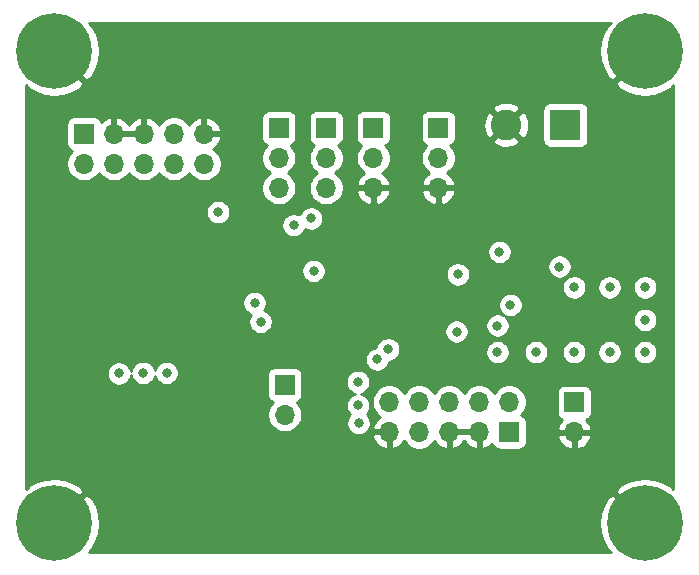
<source format=gbr>
%TF.GenerationSoftware,KiCad,Pcbnew,(5.1.10)-1*%
%TF.CreationDate,2021-08-23T16:31:20+01:00*%
%TF.ProjectId,Abhoinn_IoT_V3,4162686f-696e-46e5-9f49-6f545f56332e,rev?*%
%TF.SameCoordinates,Original*%
%TF.FileFunction,Copper,L2,Inr*%
%TF.FilePolarity,Positive*%
%FSLAX46Y46*%
G04 Gerber Fmt 4.6, Leading zero omitted, Abs format (unit mm)*
G04 Created by KiCad (PCBNEW (5.1.10)-1) date 2021-08-23 16:31:20*
%MOMM*%
%LPD*%
G01*
G04 APERTURE LIST*
%TA.AperFunction,ComponentPad*%
%ADD10O,1.700000X1.700000*%
%TD*%
%TA.AperFunction,ComponentPad*%
%ADD11R,1.700000X1.700000*%
%TD*%
%TA.AperFunction,ComponentPad*%
%ADD12C,2.600000*%
%TD*%
%TA.AperFunction,ComponentPad*%
%ADD13R,2.600000X2.600000*%
%TD*%
%TA.AperFunction,ComponentPad*%
%ADD14C,0.800000*%
%TD*%
%TA.AperFunction,ComponentPad*%
%ADD15C,6.400000*%
%TD*%
%TA.AperFunction,ViaPad*%
%ADD16C,0.800000*%
%TD*%
%TA.AperFunction,Conductor*%
%ADD17C,0.254000*%
%TD*%
%TA.AperFunction,Conductor*%
%ADD18C,0.100000*%
%TD*%
G04 APERTURE END LIST*
D10*
%TO.N,NRST*%
%TO.C,J3*%
X148340000Y-89710000D03*
%TO.N,GND*%
X148340000Y-92250000D03*
%TO.N,N/C*%
X150880000Y-89710000D03*
X150880000Y-92250000D03*
X153420000Y-89710000D03*
%TO.N,GND*%
X153420000Y-92250000D03*
%TO.N,SWCLK*%
X155960000Y-89710000D03*
%TO.N,GND*%
X155960000Y-92250000D03*
%TO.N,SWDIO*%
X158500000Y-89710000D03*
D11*
%TO.N,+3V3*%
X158500000Y-92250000D03*
%TD*%
D10*
%TO.N,GND*%
%TO.C,JP4*%
X152500000Y-71580000D03*
%TO.N,Net-(D4-Pad2)*%
X152500000Y-69040000D03*
D11*
%TO.N,+3V3*%
X152500000Y-66500000D03*
%TD*%
D10*
%TO.N,GND*%
%TO.C,JP3*%
X147000000Y-71580000D03*
%TO.N,DBG_EN*%
X147000000Y-69040000D03*
D11*
%TO.N,+3V3*%
X147000000Y-66500000D03*
%TD*%
D10*
%TO.N,LED_RX*%
%TO.C,JP2*%
X139000000Y-71580000D03*
%TO.N,RX_LED+DBG_DATA*%
X139000000Y-69040000D03*
D11*
%TO.N,TS_DBG_DATA*%
X139000000Y-66500000D03*
%TD*%
D10*
%TO.N,LED_TX*%
%TO.C,JP1*%
X143000000Y-71580000D03*
%TO.N,TX_LED+DBG_CLK*%
X143000000Y-69040000D03*
D11*
%TO.N,TS_DBG_CLK*%
X143000000Y-66500000D03*
%TD*%
D10*
%TO.N,LPUART1_TX*%
%TO.C,J2*%
X139500000Y-90790000D03*
D11*
%TO.N,LPUART1_RX*%
X139500000Y-88250000D03*
%TD*%
D10*
%TO.N,GND*%
%TO.C,J1*%
X164000000Y-92290000D03*
D11*
%TO.N,+3V3*%
X164000000Y-89750000D03*
%TD*%
D10*
%TO.N,RESET_N*%
%TO.C,J4*%
X132660000Y-69540000D03*
%TO.N,GND*%
X132660000Y-67000000D03*
%TO.N,N/C*%
X130120000Y-69540000D03*
X130120000Y-67000000D03*
X127580000Y-69540000D03*
%TO.N,GND*%
X127580000Y-67000000D03*
%TO.N,TS_DBG_CLK*%
X125040000Y-69540000D03*
%TO.N,GND*%
X125040000Y-67000000D03*
%TO.N,TS_DBG_DATA*%
X122500000Y-69540000D03*
D11*
%TO.N,+3V3*%
X122500000Y-67000000D03*
%TD*%
D12*
%TO.N,GND*%
%TO.C,J6*%
X158250000Y-66250000D03*
D13*
%TO.N,+5V*%
X163250000Y-66250000D03*
%TD*%
D14*
%TO.N,GND*%
%TO.C,H4*%
X121697056Y-58302944D03*
X120000000Y-57600000D03*
X118302944Y-58302944D03*
X117600000Y-60000000D03*
X118302944Y-61697056D03*
X120000000Y-62400000D03*
X121697056Y-61697056D03*
X122400000Y-60000000D03*
D15*
X120000000Y-60000000D03*
%TD*%
D14*
%TO.N,GND*%
%TO.C,H3*%
X121697056Y-98302944D03*
X120000000Y-97600000D03*
X118302944Y-98302944D03*
X117600000Y-100000000D03*
X118302944Y-101697056D03*
X120000000Y-102400000D03*
X121697056Y-101697056D03*
X122400000Y-100000000D03*
D15*
X120000000Y-100000000D03*
%TD*%
D14*
%TO.N,GND*%
%TO.C,H2*%
X171697056Y-98302944D03*
X170000000Y-97600000D03*
X168302944Y-98302944D03*
X167600000Y-100000000D03*
X168302944Y-101697056D03*
X170000000Y-102400000D03*
X171697056Y-101697056D03*
X172400000Y-100000000D03*
D15*
X170000000Y-100000000D03*
%TD*%
D14*
%TO.N,GND*%
%TO.C,H1*%
X171697056Y-58302944D03*
X170000000Y-57600000D03*
X168302944Y-58302944D03*
X167600000Y-60000000D03*
X168302944Y-61697056D03*
X170000000Y-62400000D03*
X171697056Y-61697056D03*
X172400000Y-60000000D03*
D15*
X170000000Y-60000000D03*
%TD*%
D16*
%TO.N,GND*%
X142070000Y-90000000D03*
X142102000Y-88000000D03*
X144626500Y-73326500D03*
X134500000Y-78500000D03*
X121718600Y-79308220D03*
X127500000Y-80250000D03*
X129500000Y-80250000D03*
X131500000Y-80250000D03*
X130550000Y-79250000D03*
X128450000Y-79250000D03*
X128500000Y-81250000D03*
X130500000Y-81250000D03*
X126325000Y-78075000D03*
X126300000Y-80050000D03*
X126275000Y-81225000D03*
X129500000Y-74500000D03*
X129500000Y-85500000D03*
X118500000Y-85500000D03*
X118500000Y-74500000D03*
X118500000Y-80000000D03*
X118500000Y-77500000D03*
X118500000Y-83000000D03*
X121500000Y-85500000D03*
X125000000Y-85500000D03*
X125000000Y-74500000D03*
X121500000Y-74500000D03*
X158650000Y-79500000D03*
X142000000Y-91500000D03*
X135000000Y-95600000D03*
X132800000Y-95600000D03*
X129600000Y-95600000D03*
X127400000Y-95600000D03*
X125400000Y-95600000D03*
X137500000Y-74250000D03*
X119250000Y-72000000D03*
X134000000Y-72250000D03*
X119250000Y-67750000D03*
X119250000Y-64250000D03*
X144750000Y-58500000D03*
X124750000Y-58500000D03*
X165250000Y-58500000D03*
X155250000Y-58500000D03*
X134250000Y-58500000D03*
X160500000Y-58500000D03*
X150250000Y-58500000D03*
X139500000Y-58500000D03*
X129250000Y-58500000D03*
X154750000Y-72250000D03*
X160500000Y-71000000D03*
X160750000Y-64000000D03*
X166000000Y-63250000D03*
X158000000Y-72250000D03*
X127000000Y-72000000D03*
X135000000Y-65750000D03*
X138750000Y-63750000D03*
X143000000Y-63500000D03*
X149000000Y-70500000D03*
X150500000Y-69250000D03*
X150500000Y-64750000D03*
X154500000Y-64750000D03*
X154750000Y-68500000D03*
X150500000Y-67000000D03*
X123250000Y-72000000D03*
X131000000Y-72000000D03*
X160500000Y-68250000D03*
X165250000Y-60750000D03*
X145000000Y-68750000D03*
X144999999Y-71500001D03*
%TO.N,+3V3*%
X141732000Y-74168000D03*
X145680000Y-88000000D03*
X145712000Y-90000000D03*
X133862500Y-73637500D03*
X145750000Y-91500000D03*
X140250000Y-74750000D03*
X158600000Y-81500000D03*
X162750000Y-78250000D03*
X170000000Y-80000000D03*
X170000000Y-85500000D03*
X170000000Y-82750000D03*
X157500000Y-85500000D03*
X164000000Y-85500000D03*
X167000000Y-85500000D03*
X160750000Y-85500000D03*
X164000000Y-80000000D03*
X167000000Y-80000000D03*
X157500000Y-83250000D03*
X157677040Y-77000000D03*
%TO.N,LED_RX*%
X125450000Y-87300000D03*
%TO.N,LED_TX*%
X127500000Y-87250000D03*
%TO.N,Net-(D4-Pad2)*%
X129500000Y-87250000D03*
%TO.N,LPUART1_TX*%
X136940000Y-81320000D03*
%TO.N,LPUART1_RX*%
X137460000Y-82920000D03*
%TO.N,PRESSURE_SDA*%
X148250000Y-85250000D03*
X154150000Y-78900000D03*
%TO.N,PRESSURE_SCL*%
X147320000Y-86106000D03*
X154050000Y-83750000D03*
%TO.N,NRST*%
X141932660Y-78610460D03*
%TD*%
D17*
%TO.N,GND*%
X166809452Y-57838912D02*
X166449151Y-58502882D01*
X166225306Y-59224385D01*
X166146520Y-59975695D01*
X166215822Y-60727938D01*
X166430548Y-61452208D01*
X166782445Y-62120670D01*
X166809452Y-62161088D01*
X167299119Y-62521276D01*
X169820395Y-60000000D01*
X169806253Y-59985858D01*
X169985858Y-59806253D01*
X170000000Y-59820395D01*
X170014143Y-59806253D01*
X170193748Y-59985858D01*
X170179605Y-60000000D01*
X170193748Y-60014143D01*
X170014143Y-60193748D01*
X170000000Y-60179605D01*
X167478724Y-62700881D01*
X167838912Y-63190548D01*
X168502882Y-63550849D01*
X169224385Y-63774694D01*
X169975695Y-63853480D01*
X170727938Y-63784178D01*
X171452208Y-63569452D01*
X172120670Y-63217555D01*
X172161088Y-63190548D01*
X172373000Y-62902459D01*
X172373000Y-97097541D01*
X172161088Y-96809452D01*
X171497118Y-96449151D01*
X170775615Y-96225306D01*
X170024305Y-96146520D01*
X169272062Y-96215822D01*
X168547792Y-96430548D01*
X167879330Y-96782445D01*
X167838912Y-96809452D01*
X167478724Y-97299119D01*
X170000000Y-99820395D01*
X170014143Y-99806253D01*
X170193748Y-99985858D01*
X170179605Y-100000000D01*
X170193748Y-100014143D01*
X170014143Y-100193748D01*
X170000000Y-100179605D01*
X169985858Y-100193748D01*
X169806253Y-100014143D01*
X169820395Y-100000000D01*
X167299119Y-97478724D01*
X166809452Y-97838912D01*
X166449151Y-98502882D01*
X166225306Y-99224385D01*
X166146520Y-99975695D01*
X166215822Y-100727938D01*
X166430548Y-101452208D01*
X166782445Y-102120670D01*
X166809452Y-102161088D01*
X167097541Y-102373000D01*
X122902459Y-102373000D01*
X123190548Y-102161088D01*
X123550849Y-101497118D01*
X123774694Y-100775615D01*
X123853480Y-100024305D01*
X123784178Y-99272062D01*
X123569452Y-98547792D01*
X123217555Y-97879330D01*
X123190548Y-97838912D01*
X122700881Y-97478724D01*
X120179605Y-100000000D01*
X120193748Y-100014143D01*
X120014143Y-100193748D01*
X120000000Y-100179605D01*
X119985858Y-100193748D01*
X119806253Y-100014143D01*
X119820395Y-100000000D01*
X119806253Y-99985858D01*
X119985858Y-99806253D01*
X120000000Y-99820395D01*
X122521276Y-97299119D01*
X122161088Y-96809452D01*
X121497118Y-96449151D01*
X120775615Y-96225306D01*
X120024305Y-96146520D01*
X119272062Y-96215822D01*
X118547792Y-96430548D01*
X117879330Y-96782445D01*
X117838912Y-96809452D01*
X117627000Y-97097541D01*
X117627000Y-92606891D01*
X146898519Y-92606891D01*
X146995843Y-92881252D01*
X147144822Y-93131355D01*
X147339731Y-93347588D01*
X147573080Y-93521641D01*
X147835901Y-93646825D01*
X147983110Y-93691476D01*
X148213000Y-93570155D01*
X148213000Y-92377000D01*
X147019186Y-92377000D01*
X146898519Y-92606891D01*
X117627000Y-92606891D01*
X117627000Y-87198061D01*
X124415000Y-87198061D01*
X124415000Y-87401939D01*
X124454774Y-87601898D01*
X124532795Y-87790256D01*
X124646063Y-87959774D01*
X124790226Y-88103937D01*
X124959744Y-88217205D01*
X125148102Y-88295226D01*
X125348061Y-88335000D01*
X125551939Y-88335000D01*
X125751898Y-88295226D01*
X125940256Y-88217205D01*
X126109774Y-88103937D01*
X126253937Y-87959774D01*
X126367205Y-87790256D01*
X126445226Y-87601898D01*
X126479973Y-87427213D01*
X126504774Y-87551898D01*
X126582795Y-87740256D01*
X126696063Y-87909774D01*
X126840226Y-88053937D01*
X127009744Y-88167205D01*
X127198102Y-88245226D01*
X127398061Y-88285000D01*
X127601939Y-88285000D01*
X127801898Y-88245226D01*
X127990256Y-88167205D01*
X128159774Y-88053937D01*
X128303937Y-87909774D01*
X128417205Y-87740256D01*
X128495226Y-87551898D01*
X128500000Y-87527897D01*
X128504774Y-87551898D01*
X128582795Y-87740256D01*
X128696063Y-87909774D01*
X128840226Y-88053937D01*
X129009744Y-88167205D01*
X129198102Y-88245226D01*
X129398061Y-88285000D01*
X129601939Y-88285000D01*
X129801898Y-88245226D01*
X129990256Y-88167205D01*
X130159774Y-88053937D01*
X130303937Y-87909774D01*
X130417205Y-87740256D01*
X130495226Y-87551898D01*
X130525440Y-87400000D01*
X138011928Y-87400000D01*
X138011928Y-89100000D01*
X138024188Y-89224482D01*
X138060498Y-89344180D01*
X138119463Y-89454494D01*
X138198815Y-89551185D01*
X138295506Y-89630537D01*
X138405820Y-89689502D01*
X138478380Y-89711513D01*
X138346525Y-89843368D01*
X138184010Y-90086589D01*
X138072068Y-90356842D01*
X138015000Y-90643740D01*
X138015000Y-90936260D01*
X138072068Y-91223158D01*
X138184010Y-91493411D01*
X138346525Y-91736632D01*
X138553368Y-91943475D01*
X138796589Y-92105990D01*
X139066842Y-92217932D01*
X139353740Y-92275000D01*
X139646260Y-92275000D01*
X139933158Y-92217932D01*
X140203411Y-92105990D01*
X140446632Y-91943475D01*
X140653475Y-91736632D01*
X140815990Y-91493411D01*
X140927932Y-91223158D01*
X140985000Y-90936260D01*
X140985000Y-90643740D01*
X140927932Y-90356842D01*
X140815990Y-90086589D01*
X140653475Y-89843368D01*
X140521620Y-89711513D01*
X140594180Y-89689502D01*
X140704494Y-89630537D01*
X140801185Y-89551185D01*
X140880537Y-89454494D01*
X140939502Y-89344180D01*
X140975812Y-89224482D01*
X140988072Y-89100000D01*
X140988072Y-87898061D01*
X144645000Y-87898061D01*
X144645000Y-88101939D01*
X144684774Y-88301898D01*
X144762795Y-88490256D01*
X144876063Y-88659774D01*
X145020226Y-88803937D01*
X145189744Y-88917205D01*
X145378102Y-88995226D01*
X145418103Y-89003183D01*
X145410102Y-89004774D01*
X145221744Y-89082795D01*
X145052226Y-89196063D01*
X144908063Y-89340226D01*
X144794795Y-89509744D01*
X144716774Y-89698102D01*
X144677000Y-89898061D01*
X144677000Y-90101939D01*
X144716774Y-90301898D01*
X144794795Y-90490256D01*
X144908063Y-90659774D01*
X145017289Y-90769000D01*
X144946063Y-90840226D01*
X144832795Y-91009744D01*
X144754774Y-91198102D01*
X144715000Y-91398061D01*
X144715000Y-91601939D01*
X144754774Y-91801898D01*
X144832795Y-91990256D01*
X144946063Y-92159774D01*
X145090226Y-92303937D01*
X145259744Y-92417205D01*
X145448102Y-92495226D01*
X145648061Y-92535000D01*
X145851939Y-92535000D01*
X146051898Y-92495226D01*
X146240256Y-92417205D01*
X146409774Y-92303937D01*
X146553937Y-92159774D01*
X146667205Y-91990256D01*
X146745226Y-91801898D01*
X146785000Y-91601939D01*
X146785000Y-91398061D01*
X146745226Y-91198102D01*
X146667205Y-91009744D01*
X146553937Y-90840226D01*
X146444711Y-90731000D01*
X146515937Y-90659774D01*
X146629205Y-90490256D01*
X146707226Y-90301898D01*
X146747000Y-90101939D01*
X146747000Y-89898061D01*
X146707226Y-89698102D01*
X146651572Y-89563740D01*
X146855000Y-89563740D01*
X146855000Y-89856260D01*
X146912068Y-90143158D01*
X147024010Y-90413411D01*
X147186525Y-90656632D01*
X147393368Y-90863475D01*
X147569406Y-90981100D01*
X147339731Y-91152412D01*
X147144822Y-91368645D01*
X146995843Y-91618748D01*
X146898519Y-91893109D01*
X147019186Y-92123000D01*
X148213000Y-92123000D01*
X148213000Y-92103000D01*
X148467000Y-92103000D01*
X148467000Y-92123000D01*
X148487000Y-92123000D01*
X148487000Y-92377000D01*
X148467000Y-92377000D01*
X148467000Y-93570155D01*
X148696890Y-93691476D01*
X148844099Y-93646825D01*
X149106920Y-93521641D01*
X149340269Y-93347588D01*
X149535178Y-93131355D01*
X149604805Y-93014466D01*
X149726525Y-93196632D01*
X149933368Y-93403475D01*
X150176589Y-93565990D01*
X150446842Y-93677932D01*
X150733740Y-93735000D01*
X151026260Y-93735000D01*
X151313158Y-93677932D01*
X151583411Y-93565990D01*
X151826632Y-93403475D01*
X152033475Y-93196632D01*
X152155195Y-93014466D01*
X152224822Y-93131355D01*
X152419731Y-93347588D01*
X152653080Y-93521641D01*
X152915901Y-93646825D01*
X153063110Y-93691476D01*
X153293000Y-93570155D01*
X153293000Y-92377000D01*
X153547000Y-92377000D01*
X153547000Y-93570155D01*
X153776890Y-93691476D01*
X153924099Y-93646825D01*
X154186920Y-93521641D01*
X154420269Y-93347588D01*
X154615178Y-93131355D01*
X154690000Y-93005745D01*
X154764822Y-93131355D01*
X154959731Y-93347588D01*
X155193080Y-93521641D01*
X155455901Y-93646825D01*
X155603110Y-93691476D01*
X155833000Y-93570155D01*
X155833000Y-92377000D01*
X153547000Y-92377000D01*
X153293000Y-92377000D01*
X153273000Y-92377000D01*
X153273000Y-92123000D01*
X153293000Y-92123000D01*
X153293000Y-92103000D01*
X153547000Y-92103000D01*
X153547000Y-92123000D01*
X155833000Y-92123000D01*
X155833000Y-92103000D01*
X156087000Y-92103000D01*
X156087000Y-92123000D01*
X156107000Y-92123000D01*
X156107000Y-92377000D01*
X156087000Y-92377000D01*
X156087000Y-93570155D01*
X156316890Y-93691476D01*
X156464099Y-93646825D01*
X156726920Y-93521641D01*
X156960269Y-93347588D01*
X157036034Y-93263534D01*
X157060498Y-93344180D01*
X157119463Y-93454494D01*
X157198815Y-93551185D01*
X157295506Y-93630537D01*
X157405820Y-93689502D01*
X157525518Y-93725812D01*
X157650000Y-93738072D01*
X159350000Y-93738072D01*
X159474482Y-93725812D01*
X159594180Y-93689502D01*
X159704494Y-93630537D01*
X159801185Y-93551185D01*
X159880537Y-93454494D01*
X159939502Y-93344180D01*
X159975812Y-93224482D01*
X159988072Y-93100000D01*
X159988072Y-92646890D01*
X162558524Y-92646890D01*
X162603175Y-92794099D01*
X162728359Y-93056920D01*
X162902412Y-93290269D01*
X163118645Y-93485178D01*
X163368748Y-93634157D01*
X163643109Y-93731481D01*
X163873000Y-93610814D01*
X163873000Y-92417000D01*
X164127000Y-92417000D01*
X164127000Y-93610814D01*
X164356891Y-93731481D01*
X164631252Y-93634157D01*
X164881355Y-93485178D01*
X165097588Y-93290269D01*
X165271641Y-93056920D01*
X165396825Y-92794099D01*
X165441476Y-92646890D01*
X165320155Y-92417000D01*
X164127000Y-92417000D01*
X163873000Y-92417000D01*
X162679845Y-92417000D01*
X162558524Y-92646890D01*
X159988072Y-92646890D01*
X159988072Y-91400000D01*
X159975812Y-91275518D01*
X159939502Y-91155820D01*
X159880537Y-91045506D01*
X159801185Y-90948815D01*
X159704494Y-90869463D01*
X159594180Y-90810498D01*
X159521620Y-90788487D01*
X159653475Y-90656632D01*
X159815990Y-90413411D01*
X159927932Y-90143158D01*
X159985000Y-89856260D01*
X159985000Y-89563740D01*
X159927932Y-89276842D01*
X159815990Y-89006589D01*
X159744770Y-88900000D01*
X162511928Y-88900000D01*
X162511928Y-90600000D01*
X162524188Y-90724482D01*
X162560498Y-90844180D01*
X162619463Y-90954494D01*
X162698815Y-91051185D01*
X162795506Y-91130537D01*
X162905820Y-91189502D01*
X162986466Y-91213966D01*
X162902412Y-91289731D01*
X162728359Y-91523080D01*
X162603175Y-91785901D01*
X162558524Y-91933110D01*
X162679845Y-92163000D01*
X163873000Y-92163000D01*
X163873000Y-92143000D01*
X164127000Y-92143000D01*
X164127000Y-92163000D01*
X165320155Y-92163000D01*
X165441476Y-91933110D01*
X165396825Y-91785901D01*
X165271641Y-91523080D01*
X165097588Y-91289731D01*
X165013534Y-91213966D01*
X165094180Y-91189502D01*
X165204494Y-91130537D01*
X165301185Y-91051185D01*
X165380537Y-90954494D01*
X165439502Y-90844180D01*
X165475812Y-90724482D01*
X165488072Y-90600000D01*
X165488072Y-88900000D01*
X165475812Y-88775518D01*
X165439502Y-88655820D01*
X165380537Y-88545506D01*
X165301185Y-88448815D01*
X165204494Y-88369463D01*
X165094180Y-88310498D01*
X164974482Y-88274188D01*
X164850000Y-88261928D01*
X163150000Y-88261928D01*
X163025518Y-88274188D01*
X162905820Y-88310498D01*
X162795506Y-88369463D01*
X162698815Y-88448815D01*
X162619463Y-88545506D01*
X162560498Y-88655820D01*
X162524188Y-88775518D01*
X162511928Y-88900000D01*
X159744770Y-88900000D01*
X159653475Y-88763368D01*
X159446632Y-88556525D01*
X159203411Y-88394010D01*
X158933158Y-88282068D01*
X158646260Y-88225000D01*
X158353740Y-88225000D01*
X158066842Y-88282068D01*
X157796589Y-88394010D01*
X157553368Y-88556525D01*
X157346525Y-88763368D01*
X157230000Y-88937760D01*
X157113475Y-88763368D01*
X156906632Y-88556525D01*
X156663411Y-88394010D01*
X156393158Y-88282068D01*
X156106260Y-88225000D01*
X155813740Y-88225000D01*
X155526842Y-88282068D01*
X155256589Y-88394010D01*
X155013368Y-88556525D01*
X154806525Y-88763368D01*
X154690000Y-88937760D01*
X154573475Y-88763368D01*
X154366632Y-88556525D01*
X154123411Y-88394010D01*
X153853158Y-88282068D01*
X153566260Y-88225000D01*
X153273740Y-88225000D01*
X152986842Y-88282068D01*
X152716589Y-88394010D01*
X152473368Y-88556525D01*
X152266525Y-88763368D01*
X152150000Y-88937760D01*
X152033475Y-88763368D01*
X151826632Y-88556525D01*
X151583411Y-88394010D01*
X151313158Y-88282068D01*
X151026260Y-88225000D01*
X150733740Y-88225000D01*
X150446842Y-88282068D01*
X150176589Y-88394010D01*
X149933368Y-88556525D01*
X149726525Y-88763368D01*
X149610000Y-88937760D01*
X149493475Y-88763368D01*
X149286632Y-88556525D01*
X149043411Y-88394010D01*
X148773158Y-88282068D01*
X148486260Y-88225000D01*
X148193740Y-88225000D01*
X147906842Y-88282068D01*
X147636589Y-88394010D01*
X147393368Y-88556525D01*
X147186525Y-88763368D01*
X147024010Y-89006589D01*
X146912068Y-89276842D01*
X146855000Y-89563740D01*
X146651572Y-89563740D01*
X146629205Y-89509744D01*
X146515937Y-89340226D01*
X146371774Y-89196063D01*
X146202256Y-89082795D01*
X146013898Y-89004774D01*
X145973897Y-88996817D01*
X145981898Y-88995226D01*
X146170256Y-88917205D01*
X146339774Y-88803937D01*
X146483937Y-88659774D01*
X146597205Y-88490256D01*
X146675226Y-88301898D01*
X146715000Y-88101939D01*
X146715000Y-87898061D01*
X146675226Y-87698102D01*
X146597205Y-87509744D01*
X146483937Y-87340226D01*
X146339774Y-87196063D01*
X146170256Y-87082795D01*
X145981898Y-87004774D01*
X145781939Y-86965000D01*
X145578061Y-86965000D01*
X145378102Y-87004774D01*
X145189744Y-87082795D01*
X145020226Y-87196063D01*
X144876063Y-87340226D01*
X144762795Y-87509744D01*
X144684774Y-87698102D01*
X144645000Y-87898061D01*
X140988072Y-87898061D01*
X140988072Y-87400000D01*
X140975812Y-87275518D01*
X140939502Y-87155820D01*
X140880537Y-87045506D01*
X140801185Y-86948815D01*
X140704494Y-86869463D01*
X140594180Y-86810498D01*
X140474482Y-86774188D01*
X140350000Y-86761928D01*
X138650000Y-86761928D01*
X138525518Y-86774188D01*
X138405820Y-86810498D01*
X138295506Y-86869463D01*
X138198815Y-86948815D01*
X138119463Y-87045506D01*
X138060498Y-87155820D01*
X138024188Y-87275518D01*
X138011928Y-87400000D01*
X130525440Y-87400000D01*
X130535000Y-87351939D01*
X130535000Y-87148061D01*
X130495226Y-86948102D01*
X130417205Y-86759744D01*
X130303937Y-86590226D01*
X130159774Y-86446063D01*
X129990256Y-86332795D01*
X129801898Y-86254774D01*
X129601939Y-86215000D01*
X129398061Y-86215000D01*
X129198102Y-86254774D01*
X129009744Y-86332795D01*
X128840226Y-86446063D01*
X128696063Y-86590226D01*
X128582795Y-86759744D01*
X128504774Y-86948102D01*
X128500000Y-86972103D01*
X128495226Y-86948102D01*
X128417205Y-86759744D01*
X128303937Y-86590226D01*
X128159774Y-86446063D01*
X127990256Y-86332795D01*
X127801898Y-86254774D01*
X127601939Y-86215000D01*
X127398061Y-86215000D01*
X127198102Y-86254774D01*
X127009744Y-86332795D01*
X126840226Y-86446063D01*
X126696063Y-86590226D01*
X126582795Y-86759744D01*
X126504774Y-86948102D01*
X126470027Y-87122787D01*
X126445226Y-86998102D01*
X126367205Y-86809744D01*
X126253937Y-86640226D01*
X126109774Y-86496063D01*
X125940256Y-86382795D01*
X125751898Y-86304774D01*
X125551939Y-86265000D01*
X125348061Y-86265000D01*
X125148102Y-86304774D01*
X124959744Y-86382795D01*
X124790226Y-86496063D01*
X124646063Y-86640226D01*
X124532795Y-86809744D01*
X124454774Y-86998102D01*
X124415000Y-87198061D01*
X117627000Y-87198061D01*
X117627000Y-86004061D01*
X146285000Y-86004061D01*
X146285000Y-86207939D01*
X146324774Y-86407898D01*
X146402795Y-86596256D01*
X146516063Y-86765774D01*
X146660226Y-86909937D01*
X146829744Y-87023205D01*
X147018102Y-87101226D01*
X147218061Y-87141000D01*
X147421939Y-87141000D01*
X147621898Y-87101226D01*
X147810256Y-87023205D01*
X147979774Y-86909937D01*
X148123937Y-86765774D01*
X148237205Y-86596256D01*
X148315226Y-86407898D01*
X148339672Y-86285000D01*
X148351939Y-86285000D01*
X148551898Y-86245226D01*
X148740256Y-86167205D01*
X148909774Y-86053937D01*
X149053937Y-85909774D01*
X149167205Y-85740256D01*
X149245226Y-85551898D01*
X149275825Y-85398061D01*
X156465000Y-85398061D01*
X156465000Y-85601939D01*
X156504774Y-85801898D01*
X156582795Y-85990256D01*
X156696063Y-86159774D01*
X156840226Y-86303937D01*
X157009744Y-86417205D01*
X157198102Y-86495226D01*
X157398061Y-86535000D01*
X157601939Y-86535000D01*
X157801898Y-86495226D01*
X157990256Y-86417205D01*
X158159774Y-86303937D01*
X158303937Y-86159774D01*
X158417205Y-85990256D01*
X158495226Y-85801898D01*
X158535000Y-85601939D01*
X158535000Y-85398061D01*
X159715000Y-85398061D01*
X159715000Y-85601939D01*
X159754774Y-85801898D01*
X159832795Y-85990256D01*
X159946063Y-86159774D01*
X160090226Y-86303937D01*
X160259744Y-86417205D01*
X160448102Y-86495226D01*
X160648061Y-86535000D01*
X160851939Y-86535000D01*
X161051898Y-86495226D01*
X161240256Y-86417205D01*
X161409774Y-86303937D01*
X161553937Y-86159774D01*
X161667205Y-85990256D01*
X161745226Y-85801898D01*
X161785000Y-85601939D01*
X161785000Y-85398061D01*
X162965000Y-85398061D01*
X162965000Y-85601939D01*
X163004774Y-85801898D01*
X163082795Y-85990256D01*
X163196063Y-86159774D01*
X163340226Y-86303937D01*
X163509744Y-86417205D01*
X163698102Y-86495226D01*
X163898061Y-86535000D01*
X164101939Y-86535000D01*
X164301898Y-86495226D01*
X164490256Y-86417205D01*
X164659774Y-86303937D01*
X164803937Y-86159774D01*
X164917205Y-85990256D01*
X164995226Y-85801898D01*
X165035000Y-85601939D01*
X165035000Y-85398061D01*
X165965000Y-85398061D01*
X165965000Y-85601939D01*
X166004774Y-85801898D01*
X166082795Y-85990256D01*
X166196063Y-86159774D01*
X166340226Y-86303937D01*
X166509744Y-86417205D01*
X166698102Y-86495226D01*
X166898061Y-86535000D01*
X167101939Y-86535000D01*
X167301898Y-86495226D01*
X167490256Y-86417205D01*
X167659774Y-86303937D01*
X167803937Y-86159774D01*
X167917205Y-85990256D01*
X167995226Y-85801898D01*
X168035000Y-85601939D01*
X168035000Y-85398061D01*
X168965000Y-85398061D01*
X168965000Y-85601939D01*
X169004774Y-85801898D01*
X169082795Y-85990256D01*
X169196063Y-86159774D01*
X169340226Y-86303937D01*
X169509744Y-86417205D01*
X169698102Y-86495226D01*
X169898061Y-86535000D01*
X170101939Y-86535000D01*
X170301898Y-86495226D01*
X170490256Y-86417205D01*
X170659774Y-86303937D01*
X170803937Y-86159774D01*
X170917205Y-85990256D01*
X170995226Y-85801898D01*
X171035000Y-85601939D01*
X171035000Y-85398061D01*
X170995226Y-85198102D01*
X170917205Y-85009744D01*
X170803937Y-84840226D01*
X170659774Y-84696063D01*
X170490256Y-84582795D01*
X170301898Y-84504774D01*
X170101939Y-84465000D01*
X169898061Y-84465000D01*
X169698102Y-84504774D01*
X169509744Y-84582795D01*
X169340226Y-84696063D01*
X169196063Y-84840226D01*
X169082795Y-85009744D01*
X169004774Y-85198102D01*
X168965000Y-85398061D01*
X168035000Y-85398061D01*
X167995226Y-85198102D01*
X167917205Y-85009744D01*
X167803937Y-84840226D01*
X167659774Y-84696063D01*
X167490256Y-84582795D01*
X167301898Y-84504774D01*
X167101939Y-84465000D01*
X166898061Y-84465000D01*
X166698102Y-84504774D01*
X166509744Y-84582795D01*
X166340226Y-84696063D01*
X166196063Y-84840226D01*
X166082795Y-85009744D01*
X166004774Y-85198102D01*
X165965000Y-85398061D01*
X165035000Y-85398061D01*
X164995226Y-85198102D01*
X164917205Y-85009744D01*
X164803937Y-84840226D01*
X164659774Y-84696063D01*
X164490256Y-84582795D01*
X164301898Y-84504774D01*
X164101939Y-84465000D01*
X163898061Y-84465000D01*
X163698102Y-84504774D01*
X163509744Y-84582795D01*
X163340226Y-84696063D01*
X163196063Y-84840226D01*
X163082795Y-85009744D01*
X163004774Y-85198102D01*
X162965000Y-85398061D01*
X161785000Y-85398061D01*
X161745226Y-85198102D01*
X161667205Y-85009744D01*
X161553937Y-84840226D01*
X161409774Y-84696063D01*
X161240256Y-84582795D01*
X161051898Y-84504774D01*
X160851939Y-84465000D01*
X160648061Y-84465000D01*
X160448102Y-84504774D01*
X160259744Y-84582795D01*
X160090226Y-84696063D01*
X159946063Y-84840226D01*
X159832795Y-85009744D01*
X159754774Y-85198102D01*
X159715000Y-85398061D01*
X158535000Y-85398061D01*
X158495226Y-85198102D01*
X158417205Y-85009744D01*
X158303937Y-84840226D01*
X158159774Y-84696063D01*
X157990256Y-84582795D01*
X157801898Y-84504774D01*
X157601939Y-84465000D01*
X157398061Y-84465000D01*
X157198102Y-84504774D01*
X157009744Y-84582795D01*
X156840226Y-84696063D01*
X156696063Y-84840226D01*
X156582795Y-85009744D01*
X156504774Y-85198102D01*
X156465000Y-85398061D01*
X149275825Y-85398061D01*
X149285000Y-85351939D01*
X149285000Y-85148061D01*
X149245226Y-84948102D01*
X149167205Y-84759744D01*
X149053937Y-84590226D01*
X148909774Y-84446063D01*
X148740256Y-84332795D01*
X148551898Y-84254774D01*
X148351939Y-84215000D01*
X148148061Y-84215000D01*
X147948102Y-84254774D01*
X147759744Y-84332795D01*
X147590226Y-84446063D01*
X147446063Y-84590226D01*
X147332795Y-84759744D01*
X147254774Y-84948102D01*
X147230328Y-85071000D01*
X147218061Y-85071000D01*
X147018102Y-85110774D01*
X146829744Y-85188795D01*
X146660226Y-85302063D01*
X146516063Y-85446226D01*
X146402795Y-85615744D01*
X146324774Y-85804102D01*
X146285000Y-86004061D01*
X117627000Y-86004061D01*
X117627000Y-81218061D01*
X135905000Y-81218061D01*
X135905000Y-81421939D01*
X135944774Y-81621898D01*
X136022795Y-81810256D01*
X136136063Y-81979774D01*
X136280226Y-82123937D01*
X136449744Y-82237205D01*
X136623386Y-82309130D01*
X136542795Y-82429744D01*
X136464774Y-82618102D01*
X136425000Y-82818061D01*
X136425000Y-83021939D01*
X136464774Y-83221898D01*
X136542795Y-83410256D01*
X136656063Y-83579774D01*
X136800226Y-83723937D01*
X136969744Y-83837205D01*
X137158102Y-83915226D01*
X137358061Y-83955000D01*
X137561939Y-83955000D01*
X137761898Y-83915226D01*
X137950256Y-83837205D01*
X138119774Y-83723937D01*
X138195650Y-83648061D01*
X153015000Y-83648061D01*
X153015000Y-83851939D01*
X153054774Y-84051898D01*
X153132795Y-84240256D01*
X153246063Y-84409774D01*
X153390226Y-84553937D01*
X153559744Y-84667205D01*
X153748102Y-84745226D01*
X153948061Y-84785000D01*
X154151939Y-84785000D01*
X154351898Y-84745226D01*
X154540256Y-84667205D01*
X154709774Y-84553937D01*
X154853937Y-84409774D01*
X154967205Y-84240256D01*
X155045226Y-84051898D01*
X155085000Y-83851939D01*
X155085000Y-83648061D01*
X155045226Y-83448102D01*
X154967205Y-83259744D01*
X154892582Y-83148061D01*
X156465000Y-83148061D01*
X156465000Y-83351939D01*
X156504774Y-83551898D01*
X156582795Y-83740256D01*
X156696063Y-83909774D01*
X156840226Y-84053937D01*
X157009744Y-84167205D01*
X157198102Y-84245226D01*
X157398061Y-84285000D01*
X157601939Y-84285000D01*
X157801898Y-84245226D01*
X157990256Y-84167205D01*
X158159774Y-84053937D01*
X158303937Y-83909774D01*
X158417205Y-83740256D01*
X158495226Y-83551898D01*
X158535000Y-83351939D01*
X158535000Y-83148061D01*
X158495226Y-82948102D01*
X158417205Y-82759744D01*
X158342582Y-82648061D01*
X168965000Y-82648061D01*
X168965000Y-82851939D01*
X169004774Y-83051898D01*
X169082795Y-83240256D01*
X169196063Y-83409774D01*
X169340226Y-83553937D01*
X169509744Y-83667205D01*
X169698102Y-83745226D01*
X169898061Y-83785000D01*
X170101939Y-83785000D01*
X170301898Y-83745226D01*
X170490256Y-83667205D01*
X170659774Y-83553937D01*
X170803937Y-83409774D01*
X170917205Y-83240256D01*
X170995226Y-83051898D01*
X171035000Y-82851939D01*
X171035000Y-82648061D01*
X170995226Y-82448102D01*
X170917205Y-82259744D01*
X170803937Y-82090226D01*
X170659774Y-81946063D01*
X170490256Y-81832795D01*
X170301898Y-81754774D01*
X170101939Y-81715000D01*
X169898061Y-81715000D01*
X169698102Y-81754774D01*
X169509744Y-81832795D01*
X169340226Y-81946063D01*
X169196063Y-82090226D01*
X169082795Y-82259744D01*
X169004774Y-82448102D01*
X168965000Y-82648061D01*
X158342582Y-82648061D01*
X158303937Y-82590226D01*
X158159774Y-82446063D01*
X158127742Y-82424660D01*
X158298102Y-82495226D01*
X158498061Y-82535000D01*
X158701939Y-82535000D01*
X158901898Y-82495226D01*
X159090256Y-82417205D01*
X159259774Y-82303937D01*
X159403937Y-82159774D01*
X159517205Y-81990256D01*
X159595226Y-81801898D01*
X159635000Y-81601939D01*
X159635000Y-81398061D01*
X159595226Y-81198102D01*
X159517205Y-81009744D01*
X159403937Y-80840226D01*
X159259774Y-80696063D01*
X159090256Y-80582795D01*
X158901898Y-80504774D01*
X158701939Y-80465000D01*
X158498061Y-80465000D01*
X158298102Y-80504774D01*
X158109744Y-80582795D01*
X157940226Y-80696063D01*
X157796063Y-80840226D01*
X157682795Y-81009744D01*
X157604774Y-81198102D01*
X157565000Y-81398061D01*
X157565000Y-81601939D01*
X157604774Y-81801898D01*
X157682795Y-81990256D01*
X157796063Y-82159774D01*
X157940226Y-82303937D01*
X157972258Y-82325340D01*
X157801898Y-82254774D01*
X157601939Y-82215000D01*
X157398061Y-82215000D01*
X157198102Y-82254774D01*
X157009744Y-82332795D01*
X156840226Y-82446063D01*
X156696063Y-82590226D01*
X156582795Y-82759744D01*
X156504774Y-82948102D01*
X156465000Y-83148061D01*
X154892582Y-83148061D01*
X154853937Y-83090226D01*
X154709774Y-82946063D01*
X154540256Y-82832795D01*
X154351898Y-82754774D01*
X154151939Y-82715000D01*
X153948061Y-82715000D01*
X153748102Y-82754774D01*
X153559744Y-82832795D01*
X153390226Y-82946063D01*
X153246063Y-83090226D01*
X153132795Y-83259744D01*
X153054774Y-83448102D01*
X153015000Y-83648061D01*
X138195650Y-83648061D01*
X138263937Y-83579774D01*
X138377205Y-83410256D01*
X138455226Y-83221898D01*
X138495000Y-83021939D01*
X138495000Y-82818061D01*
X138455226Y-82618102D01*
X138377205Y-82429744D01*
X138263937Y-82260226D01*
X138119774Y-82116063D01*
X137950256Y-82002795D01*
X137776614Y-81930870D01*
X137857205Y-81810256D01*
X137935226Y-81621898D01*
X137975000Y-81421939D01*
X137975000Y-81218061D01*
X137935226Y-81018102D01*
X137857205Y-80829744D01*
X137743937Y-80660226D01*
X137599774Y-80516063D01*
X137430256Y-80402795D01*
X137241898Y-80324774D01*
X137041939Y-80285000D01*
X136838061Y-80285000D01*
X136638102Y-80324774D01*
X136449744Y-80402795D01*
X136280226Y-80516063D01*
X136136063Y-80660226D01*
X136022795Y-80829744D01*
X135944774Y-81018102D01*
X135905000Y-81218061D01*
X117627000Y-81218061D01*
X117627000Y-78508521D01*
X140897660Y-78508521D01*
X140897660Y-78712399D01*
X140937434Y-78912358D01*
X141015455Y-79100716D01*
X141128723Y-79270234D01*
X141272886Y-79414397D01*
X141442404Y-79527665D01*
X141630762Y-79605686D01*
X141830721Y-79645460D01*
X142034599Y-79645460D01*
X142234558Y-79605686D01*
X142422916Y-79527665D01*
X142592434Y-79414397D01*
X142736597Y-79270234D01*
X142849865Y-79100716D01*
X142927886Y-78912358D01*
X142950620Y-78798061D01*
X153115000Y-78798061D01*
X153115000Y-79001939D01*
X153154774Y-79201898D01*
X153232795Y-79390256D01*
X153346063Y-79559774D01*
X153490226Y-79703937D01*
X153659744Y-79817205D01*
X153848102Y-79895226D01*
X154048061Y-79935000D01*
X154251939Y-79935000D01*
X154437645Y-79898061D01*
X162965000Y-79898061D01*
X162965000Y-80101939D01*
X163004774Y-80301898D01*
X163082795Y-80490256D01*
X163196063Y-80659774D01*
X163340226Y-80803937D01*
X163509744Y-80917205D01*
X163698102Y-80995226D01*
X163898061Y-81035000D01*
X164101939Y-81035000D01*
X164301898Y-80995226D01*
X164490256Y-80917205D01*
X164659774Y-80803937D01*
X164803937Y-80659774D01*
X164917205Y-80490256D01*
X164995226Y-80301898D01*
X165035000Y-80101939D01*
X165035000Y-79898061D01*
X165965000Y-79898061D01*
X165965000Y-80101939D01*
X166004774Y-80301898D01*
X166082795Y-80490256D01*
X166196063Y-80659774D01*
X166340226Y-80803937D01*
X166509744Y-80917205D01*
X166698102Y-80995226D01*
X166898061Y-81035000D01*
X167101939Y-81035000D01*
X167301898Y-80995226D01*
X167490256Y-80917205D01*
X167659774Y-80803937D01*
X167803937Y-80659774D01*
X167917205Y-80490256D01*
X167995226Y-80301898D01*
X168035000Y-80101939D01*
X168035000Y-79898061D01*
X168965000Y-79898061D01*
X168965000Y-80101939D01*
X169004774Y-80301898D01*
X169082795Y-80490256D01*
X169196063Y-80659774D01*
X169340226Y-80803937D01*
X169509744Y-80917205D01*
X169698102Y-80995226D01*
X169898061Y-81035000D01*
X170101939Y-81035000D01*
X170301898Y-80995226D01*
X170490256Y-80917205D01*
X170659774Y-80803937D01*
X170803937Y-80659774D01*
X170917205Y-80490256D01*
X170995226Y-80301898D01*
X171035000Y-80101939D01*
X171035000Y-79898061D01*
X170995226Y-79698102D01*
X170917205Y-79509744D01*
X170803937Y-79340226D01*
X170659774Y-79196063D01*
X170490256Y-79082795D01*
X170301898Y-79004774D01*
X170101939Y-78965000D01*
X169898061Y-78965000D01*
X169698102Y-79004774D01*
X169509744Y-79082795D01*
X169340226Y-79196063D01*
X169196063Y-79340226D01*
X169082795Y-79509744D01*
X169004774Y-79698102D01*
X168965000Y-79898061D01*
X168035000Y-79898061D01*
X167995226Y-79698102D01*
X167917205Y-79509744D01*
X167803937Y-79340226D01*
X167659774Y-79196063D01*
X167490256Y-79082795D01*
X167301898Y-79004774D01*
X167101939Y-78965000D01*
X166898061Y-78965000D01*
X166698102Y-79004774D01*
X166509744Y-79082795D01*
X166340226Y-79196063D01*
X166196063Y-79340226D01*
X166082795Y-79509744D01*
X166004774Y-79698102D01*
X165965000Y-79898061D01*
X165035000Y-79898061D01*
X164995226Y-79698102D01*
X164917205Y-79509744D01*
X164803937Y-79340226D01*
X164659774Y-79196063D01*
X164490256Y-79082795D01*
X164301898Y-79004774D01*
X164101939Y-78965000D01*
X163898061Y-78965000D01*
X163698102Y-79004774D01*
X163509744Y-79082795D01*
X163340226Y-79196063D01*
X163196063Y-79340226D01*
X163082795Y-79509744D01*
X163004774Y-79698102D01*
X162965000Y-79898061D01*
X154437645Y-79898061D01*
X154451898Y-79895226D01*
X154640256Y-79817205D01*
X154809774Y-79703937D01*
X154953937Y-79559774D01*
X155067205Y-79390256D01*
X155145226Y-79201898D01*
X155185000Y-79001939D01*
X155185000Y-78798061D01*
X155145226Y-78598102D01*
X155067205Y-78409744D01*
X154953937Y-78240226D01*
X154861772Y-78148061D01*
X161715000Y-78148061D01*
X161715000Y-78351939D01*
X161754774Y-78551898D01*
X161832795Y-78740256D01*
X161946063Y-78909774D01*
X162090226Y-79053937D01*
X162259744Y-79167205D01*
X162448102Y-79245226D01*
X162648061Y-79285000D01*
X162851939Y-79285000D01*
X163051898Y-79245226D01*
X163240256Y-79167205D01*
X163409774Y-79053937D01*
X163553937Y-78909774D01*
X163667205Y-78740256D01*
X163745226Y-78551898D01*
X163785000Y-78351939D01*
X163785000Y-78148061D01*
X163745226Y-77948102D01*
X163667205Y-77759744D01*
X163553937Y-77590226D01*
X163409774Y-77446063D01*
X163240256Y-77332795D01*
X163051898Y-77254774D01*
X162851939Y-77215000D01*
X162648061Y-77215000D01*
X162448102Y-77254774D01*
X162259744Y-77332795D01*
X162090226Y-77446063D01*
X161946063Y-77590226D01*
X161832795Y-77759744D01*
X161754774Y-77948102D01*
X161715000Y-78148061D01*
X154861772Y-78148061D01*
X154809774Y-78096063D01*
X154640256Y-77982795D01*
X154451898Y-77904774D01*
X154251939Y-77865000D01*
X154048061Y-77865000D01*
X153848102Y-77904774D01*
X153659744Y-77982795D01*
X153490226Y-78096063D01*
X153346063Y-78240226D01*
X153232795Y-78409744D01*
X153154774Y-78598102D01*
X153115000Y-78798061D01*
X142950620Y-78798061D01*
X142967660Y-78712399D01*
X142967660Y-78508521D01*
X142927886Y-78308562D01*
X142849865Y-78120204D01*
X142736597Y-77950686D01*
X142592434Y-77806523D01*
X142422916Y-77693255D01*
X142234558Y-77615234D01*
X142034599Y-77575460D01*
X141830721Y-77575460D01*
X141630762Y-77615234D01*
X141442404Y-77693255D01*
X141272886Y-77806523D01*
X141128723Y-77950686D01*
X141015455Y-78120204D01*
X140937434Y-78308562D01*
X140897660Y-78508521D01*
X117627000Y-78508521D01*
X117627000Y-76898061D01*
X156642040Y-76898061D01*
X156642040Y-77101939D01*
X156681814Y-77301898D01*
X156759835Y-77490256D01*
X156873103Y-77659774D01*
X157017266Y-77803937D01*
X157186784Y-77917205D01*
X157375142Y-77995226D01*
X157575101Y-78035000D01*
X157778979Y-78035000D01*
X157978938Y-77995226D01*
X158167296Y-77917205D01*
X158336814Y-77803937D01*
X158480977Y-77659774D01*
X158594245Y-77490256D01*
X158672266Y-77301898D01*
X158712040Y-77101939D01*
X158712040Y-76898061D01*
X158672266Y-76698102D01*
X158594245Y-76509744D01*
X158480977Y-76340226D01*
X158336814Y-76196063D01*
X158167296Y-76082795D01*
X157978938Y-76004774D01*
X157778979Y-75965000D01*
X157575101Y-75965000D01*
X157375142Y-76004774D01*
X157186784Y-76082795D01*
X157017266Y-76196063D01*
X156873103Y-76340226D01*
X156759835Y-76509744D01*
X156681814Y-76698102D01*
X156642040Y-76898061D01*
X117627000Y-76898061D01*
X117627000Y-73535561D01*
X132827500Y-73535561D01*
X132827500Y-73739439D01*
X132867274Y-73939398D01*
X132945295Y-74127756D01*
X133058563Y-74297274D01*
X133202726Y-74441437D01*
X133372244Y-74554705D01*
X133560602Y-74632726D01*
X133760561Y-74672500D01*
X133964439Y-74672500D01*
X134087303Y-74648061D01*
X139215000Y-74648061D01*
X139215000Y-74851939D01*
X139254774Y-75051898D01*
X139332795Y-75240256D01*
X139446063Y-75409774D01*
X139590226Y-75553937D01*
X139759744Y-75667205D01*
X139948102Y-75745226D01*
X140148061Y-75785000D01*
X140351939Y-75785000D01*
X140551898Y-75745226D01*
X140740256Y-75667205D01*
X140909774Y-75553937D01*
X141053937Y-75409774D01*
X141167205Y-75240256D01*
X141233666Y-75079807D01*
X141241744Y-75085205D01*
X141430102Y-75163226D01*
X141630061Y-75203000D01*
X141833939Y-75203000D01*
X142033898Y-75163226D01*
X142222256Y-75085205D01*
X142391774Y-74971937D01*
X142535937Y-74827774D01*
X142649205Y-74658256D01*
X142727226Y-74469898D01*
X142767000Y-74269939D01*
X142767000Y-74066061D01*
X142727226Y-73866102D01*
X142649205Y-73677744D01*
X142535937Y-73508226D01*
X142391774Y-73364063D01*
X142222256Y-73250795D01*
X142033898Y-73172774D01*
X141833939Y-73133000D01*
X141630061Y-73133000D01*
X141430102Y-73172774D01*
X141241744Y-73250795D01*
X141072226Y-73364063D01*
X140928063Y-73508226D01*
X140814795Y-73677744D01*
X140748334Y-73838193D01*
X140740256Y-73832795D01*
X140551898Y-73754774D01*
X140351939Y-73715000D01*
X140148061Y-73715000D01*
X139948102Y-73754774D01*
X139759744Y-73832795D01*
X139590226Y-73946063D01*
X139446063Y-74090226D01*
X139332795Y-74259744D01*
X139254774Y-74448102D01*
X139215000Y-74648061D01*
X134087303Y-74648061D01*
X134164398Y-74632726D01*
X134352756Y-74554705D01*
X134522274Y-74441437D01*
X134666437Y-74297274D01*
X134779705Y-74127756D01*
X134857726Y-73939398D01*
X134897500Y-73739439D01*
X134897500Y-73535561D01*
X134857726Y-73335602D01*
X134779705Y-73147244D01*
X134666437Y-72977726D01*
X134522274Y-72833563D01*
X134352756Y-72720295D01*
X134164398Y-72642274D01*
X133964439Y-72602500D01*
X133760561Y-72602500D01*
X133560602Y-72642274D01*
X133372244Y-72720295D01*
X133202726Y-72833563D01*
X133058563Y-72977726D01*
X132945295Y-73147244D01*
X132867274Y-73335602D01*
X132827500Y-73535561D01*
X117627000Y-73535561D01*
X117627000Y-66150000D01*
X121011928Y-66150000D01*
X121011928Y-67850000D01*
X121024188Y-67974482D01*
X121060498Y-68094180D01*
X121119463Y-68204494D01*
X121198815Y-68301185D01*
X121295506Y-68380537D01*
X121405820Y-68439502D01*
X121478380Y-68461513D01*
X121346525Y-68593368D01*
X121184010Y-68836589D01*
X121072068Y-69106842D01*
X121015000Y-69393740D01*
X121015000Y-69686260D01*
X121072068Y-69973158D01*
X121184010Y-70243411D01*
X121346525Y-70486632D01*
X121553368Y-70693475D01*
X121796589Y-70855990D01*
X122066842Y-70967932D01*
X122353740Y-71025000D01*
X122646260Y-71025000D01*
X122933158Y-70967932D01*
X123203411Y-70855990D01*
X123446632Y-70693475D01*
X123653475Y-70486632D01*
X123770000Y-70312240D01*
X123886525Y-70486632D01*
X124093368Y-70693475D01*
X124336589Y-70855990D01*
X124606842Y-70967932D01*
X124893740Y-71025000D01*
X125186260Y-71025000D01*
X125473158Y-70967932D01*
X125743411Y-70855990D01*
X125986632Y-70693475D01*
X126193475Y-70486632D01*
X126310000Y-70312240D01*
X126426525Y-70486632D01*
X126633368Y-70693475D01*
X126876589Y-70855990D01*
X127146842Y-70967932D01*
X127433740Y-71025000D01*
X127726260Y-71025000D01*
X128013158Y-70967932D01*
X128283411Y-70855990D01*
X128526632Y-70693475D01*
X128733475Y-70486632D01*
X128850000Y-70312240D01*
X128966525Y-70486632D01*
X129173368Y-70693475D01*
X129416589Y-70855990D01*
X129686842Y-70967932D01*
X129973740Y-71025000D01*
X130266260Y-71025000D01*
X130553158Y-70967932D01*
X130823411Y-70855990D01*
X131066632Y-70693475D01*
X131273475Y-70486632D01*
X131390000Y-70312240D01*
X131506525Y-70486632D01*
X131713368Y-70693475D01*
X131956589Y-70855990D01*
X132226842Y-70967932D01*
X132513740Y-71025000D01*
X132806260Y-71025000D01*
X133093158Y-70967932D01*
X133363411Y-70855990D01*
X133606632Y-70693475D01*
X133813475Y-70486632D01*
X133975990Y-70243411D01*
X134087932Y-69973158D01*
X134145000Y-69686260D01*
X134145000Y-69393740D01*
X134087932Y-69106842D01*
X133975990Y-68836589D01*
X133813475Y-68593368D01*
X133606632Y-68386525D01*
X133430594Y-68268900D01*
X133660269Y-68097588D01*
X133855178Y-67881355D01*
X134004157Y-67631252D01*
X134101481Y-67356891D01*
X133980814Y-67127000D01*
X132787000Y-67127000D01*
X132787000Y-67147000D01*
X132533000Y-67147000D01*
X132533000Y-67127000D01*
X132513000Y-67127000D01*
X132513000Y-66873000D01*
X132533000Y-66873000D01*
X132533000Y-65679845D01*
X132787000Y-65679845D01*
X132787000Y-66873000D01*
X133980814Y-66873000D01*
X134101481Y-66643109D01*
X134004157Y-66368748D01*
X133855178Y-66118645D01*
X133660269Y-65902412D01*
X133426920Y-65728359D01*
X133262408Y-65650000D01*
X137511928Y-65650000D01*
X137511928Y-67350000D01*
X137524188Y-67474482D01*
X137560498Y-67594180D01*
X137619463Y-67704494D01*
X137698815Y-67801185D01*
X137795506Y-67880537D01*
X137905820Y-67939502D01*
X137978380Y-67961513D01*
X137846525Y-68093368D01*
X137684010Y-68336589D01*
X137572068Y-68606842D01*
X137515000Y-68893740D01*
X137515000Y-69186260D01*
X137572068Y-69473158D01*
X137684010Y-69743411D01*
X137846525Y-69986632D01*
X138053368Y-70193475D01*
X138227760Y-70310000D01*
X138053368Y-70426525D01*
X137846525Y-70633368D01*
X137684010Y-70876589D01*
X137572068Y-71146842D01*
X137515000Y-71433740D01*
X137515000Y-71726260D01*
X137572068Y-72013158D01*
X137684010Y-72283411D01*
X137846525Y-72526632D01*
X138053368Y-72733475D01*
X138296589Y-72895990D01*
X138566842Y-73007932D01*
X138853740Y-73065000D01*
X139146260Y-73065000D01*
X139433158Y-73007932D01*
X139703411Y-72895990D01*
X139946632Y-72733475D01*
X140153475Y-72526632D01*
X140315990Y-72283411D01*
X140427932Y-72013158D01*
X140485000Y-71726260D01*
X140485000Y-71433740D01*
X140427932Y-71146842D01*
X140315990Y-70876589D01*
X140153475Y-70633368D01*
X139946632Y-70426525D01*
X139772240Y-70310000D01*
X139946632Y-70193475D01*
X140153475Y-69986632D01*
X140315990Y-69743411D01*
X140427932Y-69473158D01*
X140485000Y-69186260D01*
X140485000Y-68893740D01*
X140427932Y-68606842D01*
X140315990Y-68336589D01*
X140153475Y-68093368D01*
X140021620Y-67961513D01*
X140094180Y-67939502D01*
X140204494Y-67880537D01*
X140301185Y-67801185D01*
X140380537Y-67704494D01*
X140439502Y-67594180D01*
X140475812Y-67474482D01*
X140488072Y-67350000D01*
X140488072Y-65650000D01*
X141511928Y-65650000D01*
X141511928Y-67350000D01*
X141524188Y-67474482D01*
X141560498Y-67594180D01*
X141619463Y-67704494D01*
X141698815Y-67801185D01*
X141795506Y-67880537D01*
X141905820Y-67939502D01*
X141978380Y-67961513D01*
X141846525Y-68093368D01*
X141684010Y-68336589D01*
X141572068Y-68606842D01*
X141515000Y-68893740D01*
X141515000Y-69186260D01*
X141572068Y-69473158D01*
X141684010Y-69743411D01*
X141846525Y-69986632D01*
X142053368Y-70193475D01*
X142227760Y-70310000D01*
X142053368Y-70426525D01*
X141846525Y-70633368D01*
X141684010Y-70876589D01*
X141572068Y-71146842D01*
X141515000Y-71433740D01*
X141515000Y-71726260D01*
X141572068Y-72013158D01*
X141684010Y-72283411D01*
X141846525Y-72526632D01*
X142053368Y-72733475D01*
X142296589Y-72895990D01*
X142566842Y-73007932D01*
X142853740Y-73065000D01*
X143146260Y-73065000D01*
X143433158Y-73007932D01*
X143703411Y-72895990D01*
X143946632Y-72733475D01*
X144153475Y-72526632D01*
X144315990Y-72283411D01*
X144427932Y-72013158D01*
X144443102Y-71936890D01*
X145558524Y-71936890D01*
X145603175Y-72084099D01*
X145728359Y-72346920D01*
X145902412Y-72580269D01*
X146118645Y-72775178D01*
X146368748Y-72924157D01*
X146643109Y-73021481D01*
X146873000Y-72900814D01*
X146873000Y-71707000D01*
X147127000Y-71707000D01*
X147127000Y-72900814D01*
X147356891Y-73021481D01*
X147631252Y-72924157D01*
X147881355Y-72775178D01*
X148097588Y-72580269D01*
X148271641Y-72346920D01*
X148396825Y-72084099D01*
X148441476Y-71936890D01*
X151058524Y-71936890D01*
X151103175Y-72084099D01*
X151228359Y-72346920D01*
X151402412Y-72580269D01*
X151618645Y-72775178D01*
X151868748Y-72924157D01*
X152143109Y-73021481D01*
X152373000Y-72900814D01*
X152373000Y-71707000D01*
X152627000Y-71707000D01*
X152627000Y-72900814D01*
X152856891Y-73021481D01*
X153131252Y-72924157D01*
X153381355Y-72775178D01*
X153597588Y-72580269D01*
X153771641Y-72346920D01*
X153896825Y-72084099D01*
X153941476Y-71936890D01*
X153820155Y-71707000D01*
X152627000Y-71707000D01*
X152373000Y-71707000D01*
X151179845Y-71707000D01*
X151058524Y-71936890D01*
X148441476Y-71936890D01*
X148320155Y-71707000D01*
X147127000Y-71707000D01*
X146873000Y-71707000D01*
X145679845Y-71707000D01*
X145558524Y-71936890D01*
X144443102Y-71936890D01*
X144485000Y-71726260D01*
X144485000Y-71433740D01*
X144427932Y-71146842D01*
X144315990Y-70876589D01*
X144153475Y-70633368D01*
X143946632Y-70426525D01*
X143772240Y-70310000D01*
X143946632Y-70193475D01*
X144153475Y-69986632D01*
X144315990Y-69743411D01*
X144427932Y-69473158D01*
X144485000Y-69186260D01*
X144485000Y-68893740D01*
X144427932Y-68606842D01*
X144315990Y-68336589D01*
X144153475Y-68093368D01*
X144021620Y-67961513D01*
X144094180Y-67939502D01*
X144204494Y-67880537D01*
X144301185Y-67801185D01*
X144380537Y-67704494D01*
X144439502Y-67594180D01*
X144475812Y-67474482D01*
X144488072Y-67350000D01*
X144488072Y-65650000D01*
X145511928Y-65650000D01*
X145511928Y-67350000D01*
X145524188Y-67474482D01*
X145560498Y-67594180D01*
X145619463Y-67704494D01*
X145698815Y-67801185D01*
X145795506Y-67880537D01*
X145905820Y-67939502D01*
X145978380Y-67961513D01*
X145846525Y-68093368D01*
X145684010Y-68336589D01*
X145572068Y-68606842D01*
X145515000Y-68893740D01*
X145515000Y-69186260D01*
X145572068Y-69473158D01*
X145684010Y-69743411D01*
X145846525Y-69986632D01*
X146053368Y-70193475D01*
X146235534Y-70315195D01*
X146118645Y-70384822D01*
X145902412Y-70579731D01*
X145728359Y-70813080D01*
X145603175Y-71075901D01*
X145558524Y-71223110D01*
X145679845Y-71453000D01*
X146873000Y-71453000D01*
X146873000Y-71433000D01*
X147127000Y-71433000D01*
X147127000Y-71453000D01*
X148320155Y-71453000D01*
X148441476Y-71223110D01*
X148396825Y-71075901D01*
X148271641Y-70813080D01*
X148097588Y-70579731D01*
X147881355Y-70384822D01*
X147764466Y-70315195D01*
X147946632Y-70193475D01*
X148153475Y-69986632D01*
X148315990Y-69743411D01*
X148427932Y-69473158D01*
X148485000Y-69186260D01*
X148485000Y-68893740D01*
X148427932Y-68606842D01*
X148315990Y-68336589D01*
X148153475Y-68093368D01*
X148021620Y-67961513D01*
X148094180Y-67939502D01*
X148204494Y-67880537D01*
X148301185Y-67801185D01*
X148380537Y-67704494D01*
X148439502Y-67594180D01*
X148475812Y-67474482D01*
X148488072Y-67350000D01*
X148488072Y-65650000D01*
X151011928Y-65650000D01*
X151011928Y-67350000D01*
X151024188Y-67474482D01*
X151060498Y-67594180D01*
X151119463Y-67704494D01*
X151198815Y-67801185D01*
X151295506Y-67880537D01*
X151405820Y-67939502D01*
X151478380Y-67961513D01*
X151346525Y-68093368D01*
X151184010Y-68336589D01*
X151072068Y-68606842D01*
X151015000Y-68893740D01*
X151015000Y-69186260D01*
X151072068Y-69473158D01*
X151184010Y-69743411D01*
X151346525Y-69986632D01*
X151553368Y-70193475D01*
X151735534Y-70315195D01*
X151618645Y-70384822D01*
X151402412Y-70579731D01*
X151228359Y-70813080D01*
X151103175Y-71075901D01*
X151058524Y-71223110D01*
X151179845Y-71453000D01*
X152373000Y-71453000D01*
X152373000Y-71433000D01*
X152627000Y-71433000D01*
X152627000Y-71453000D01*
X153820155Y-71453000D01*
X153941476Y-71223110D01*
X153896825Y-71075901D01*
X153771641Y-70813080D01*
X153597588Y-70579731D01*
X153381355Y-70384822D01*
X153264466Y-70315195D01*
X153446632Y-70193475D01*
X153653475Y-69986632D01*
X153815990Y-69743411D01*
X153927932Y-69473158D01*
X153985000Y-69186260D01*
X153985000Y-68893740D01*
X153927932Y-68606842D01*
X153815990Y-68336589D01*
X153653475Y-68093368D01*
X153521620Y-67961513D01*
X153594180Y-67939502D01*
X153704494Y-67880537D01*
X153801185Y-67801185D01*
X153880537Y-67704494D01*
X153936805Y-67599224D01*
X157080381Y-67599224D01*
X157212317Y-67894312D01*
X157553045Y-68065159D01*
X157920557Y-68166250D01*
X158300729Y-68193701D01*
X158678951Y-68146457D01*
X159040690Y-68026333D01*
X159287683Y-67894312D01*
X159419619Y-67599224D01*
X158250000Y-66429605D01*
X157080381Y-67599224D01*
X153936805Y-67599224D01*
X153939502Y-67594180D01*
X153975812Y-67474482D01*
X153988072Y-67350000D01*
X153988072Y-66300729D01*
X156306299Y-66300729D01*
X156353543Y-66678951D01*
X156473667Y-67040690D01*
X156605688Y-67287683D01*
X156900776Y-67419619D01*
X158070395Y-66250000D01*
X158429605Y-66250000D01*
X159599224Y-67419619D01*
X159894312Y-67287683D01*
X160065159Y-66946955D01*
X160166250Y-66579443D01*
X160193701Y-66199271D01*
X160146457Y-65821049D01*
X160026333Y-65459310D01*
X159894312Y-65212317D01*
X159599224Y-65080381D01*
X158429605Y-66250000D01*
X158070395Y-66250000D01*
X156900776Y-65080381D01*
X156605688Y-65212317D01*
X156434841Y-65553045D01*
X156333750Y-65920557D01*
X156306299Y-66300729D01*
X153988072Y-66300729D01*
X153988072Y-65650000D01*
X153975812Y-65525518D01*
X153939502Y-65405820D01*
X153880537Y-65295506D01*
X153801185Y-65198815D01*
X153704494Y-65119463D01*
X153594180Y-65060498D01*
X153474482Y-65024188D01*
X153350000Y-65011928D01*
X151650000Y-65011928D01*
X151525518Y-65024188D01*
X151405820Y-65060498D01*
X151295506Y-65119463D01*
X151198815Y-65198815D01*
X151119463Y-65295506D01*
X151060498Y-65405820D01*
X151024188Y-65525518D01*
X151011928Y-65650000D01*
X148488072Y-65650000D01*
X148475812Y-65525518D01*
X148439502Y-65405820D01*
X148380537Y-65295506D01*
X148301185Y-65198815D01*
X148204494Y-65119463D01*
X148094180Y-65060498D01*
X147974482Y-65024188D01*
X147850000Y-65011928D01*
X146150000Y-65011928D01*
X146025518Y-65024188D01*
X145905820Y-65060498D01*
X145795506Y-65119463D01*
X145698815Y-65198815D01*
X145619463Y-65295506D01*
X145560498Y-65405820D01*
X145524188Y-65525518D01*
X145511928Y-65650000D01*
X144488072Y-65650000D01*
X144475812Y-65525518D01*
X144439502Y-65405820D01*
X144380537Y-65295506D01*
X144301185Y-65198815D01*
X144204494Y-65119463D01*
X144094180Y-65060498D01*
X143974482Y-65024188D01*
X143850000Y-65011928D01*
X142150000Y-65011928D01*
X142025518Y-65024188D01*
X141905820Y-65060498D01*
X141795506Y-65119463D01*
X141698815Y-65198815D01*
X141619463Y-65295506D01*
X141560498Y-65405820D01*
X141524188Y-65525518D01*
X141511928Y-65650000D01*
X140488072Y-65650000D01*
X140475812Y-65525518D01*
X140439502Y-65405820D01*
X140380537Y-65295506D01*
X140301185Y-65198815D01*
X140204494Y-65119463D01*
X140094180Y-65060498D01*
X139974482Y-65024188D01*
X139850000Y-65011928D01*
X138150000Y-65011928D01*
X138025518Y-65024188D01*
X137905820Y-65060498D01*
X137795506Y-65119463D01*
X137698815Y-65198815D01*
X137619463Y-65295506D01*
X137560498Y-65405820D01*
X137524188Y-65525518D01*
X137511928Y-65650000D01*
X133262408Y-65650000D01*
X133164099Y-65603175D01*
X133016890Y-65558524D01*
X132787000Y-65679845D01*
X132533000Y-65679845D01*
X132303110Y-65558524D01*
X132155901Y-65603175D01*
X131893080Y-65728359D01*
X131659731Y-65902412D01*
X131464822Y-66118645D01*
X131395195Y-66235534D01*
X131273475Y-66053368D01*
X131066632Y-65846525D01*
X130823411Y-65684010D01*
X130553158Y-65572068D01*
X130266260Y-65515000D01*
X129973740Y-65515000D01*
X129686842Y-65572068D01*
X129416589Y-65684010D01*
X129173368Y-65846525D01*
X128966525Y-66053368D01*
X128844805Y-66235534D01*
X128775178Y-66118645D01*
X128580269Y-65902412D01*
X128346920Y-65728359D01*
X128084099Y-65603175D01*
X127936890Y-65558524D01*
X127707000Y-65679845D01*
X127707000Y-66873000D01*
X127727000Y-66873000D01*
X127727000Y-67127000D01*
X127707000Y-67127000D01*
X127707000Y-67147000D01*
X127453000Y-67147000D01*
X127453000Y-67127000D01*
X125167000Y-67127000D01*
X125167000Y-67147000D01*
X124913000Y-67147000D01*
X124913000Y-67127000D01*
X124893000Y-67127000D01*
X124893000Y-66873000D01*
X124913000Y-66873000D01*
X124913000Y-65679845D01*
X125167000Y-65679845D01*
X125167000Y-66873000D01*
X127453000Y-66873000D01*
X127453000Y-65679845D01*
X127223110Y-65558524D01*
X127075901Y-65603175D01*
X126813080Y-65728359D01*
X126579731Y-65902412D01*
X126384822Y-66118645D01*
X126310000Y-66244255D01*
X126235178Y-66118645D01*
X126040269Y-65902412D01*
X125806920Y-65728359D01*
X125544099Y-65603175D01*
X125396890Y-65558524D01*
X125167000Y-65679845D01*
X124913000Y-65679845D01*
X124683110Y-65558524D01*
X124535901Y-65603175D01*
X124273080Y-65728359D01*
X124039731Y-65902412D01*
X123963966Y-65986466D01*
X123939502Y-65905820D01*
X123880537Y-65795506D01*
X123801185Y-65698815D01*
X123704494Y-65619463D01*
X123594180Y-65560498D01*
X123474482Y-65524188D01*
X123350000Y-65511928D01*
X121650000Y-65511928D01*
X121525518Y-65524188D01*
X121405820Y-65560498D01*
X121295506Y-65619463D01*
X121198815Y-65698815D01*
X121119463Y-65795506D01*
X121060498Y-65905820D01*
X121024188Y-66025518D01*
X121011928Y-66150000D01*
X117627000Y-66150000D01*
X117627000Y-64900776D01*
X157080381Y-64900776D01*
X158250000Y-66070395D01*
X159370395Y-64950000D01*
X161311928Y-64950000D01*
X161311928Y-67550000D01*
X161324188Y-67674482D01*
X161360498Y-67794180D01*
X161419463Y-67904494D01*
X161498815Y-68001185D01*
X161595506Y-68080537D01*
X161705820Y-68139502D01*
X161825518Y-68175812D01*
X161950000Y-68188072D01*
X164550000Y-68188072D01*
X164674482Y-68175812D01*
X164794180Y-68139502D01*
X164904494Y-68080537D01*
X165001185Y-68001185D01*
X165080537Y-67904494D01*
X165139502Y-67794180D01*
X165175812Y-67674482D01*
X165188072Y-67550000D01*
X165188072Y-64950000D01*
X165175812Y-64825518D01*
X165139502Y-64705820D01*
X165080537Y-64595506D01*
X165001185Y-64498815D01*
X164904494Y-64419463D01*
X164794180Y-64360498D01*
X164674482Y-64324188D01*
X164550000Y-64311928D01*
X161950000Y-64311928D01*
X161825518Y-64324188D01*
X161705820Y-64360498D01*
X161595506Y-64419463D01*
X161498815Y-64498815D01*
X161419463Y-64595506D01*
X161360498Y-64705820D01*
X161324188Y-64825518D01*
X161311928Y-64950000D01*
X159370395Y-64950000D01*
X159419619Y-64900776D01*
X159287683Y-64605688D01*
X158946955Y-64434841D01*
X158579443Y-64333750D01*
X158199271Y-64306299D01*
X157821049Y-64353543D01*
X157459310Y-64473667D01*
X157212317Y-64605688D01*
X157080381Y-64900776D01*
X117627000Y-64900776D01*
X117627000Y-62902459D01*
X117838912Y-63190548D01*
X118502882Y-63550849D01*
X119224385Y-63774694D01*
X119975695Y-63853480D01*
X120727938Y-63784178D01*
X121452208Y-63569452D01*
X122120670Y-63217555D01*
X122161088Y-63190548D01*
X122521276Y-62700881D01*
X120000000Y-60179605D01*
X119985858Y-60193748D01*
X119806253Y-60014143D01*
X119820395Y-60000000D01*
X119806253Y-59985858D01*
X119985858Y-59806253D01*
X120000000Y-59820395D01*
X120014143Y-59806253D01*
X120193748Y-59985858D01*
X120179605Y-60000000D01*
X122700881Y-62521276D01*
X123190548Y-62161088D01*
X123550849Y-61497118D01*
X123774694Y-60775615D01*
X123853480Y-60024305D01*
X123784178Y-59272062D01*
X123569452Y-58547792D01*
X123217555Y-57879330D01*
X123190548Y-57838912D01*
X122902459Y-57627000D01*
X167097541Y-57627000D01*
X166809452Y-57838912D01*
%TA.AperFunction,Conductor*%
D18*
G36*
X166809452Y-57838912D02*
G01*
X166449151Y-58502882D01*
X166225306Y-59224385D01*
X166146520Y-59975695D01*
X166215822Y-60727938D01*
X166430548Y-61452208D01*
X166782445Y-62120670D01*
X166809452Y-62161088D01*
X167299119Y-62521276D01*
X169820395Y-60000000D01*
X169806253Y-59985858D01*
X169985858Y-59806253D01*
X170000000Y-59820395D01*
X170014143Y-59806253D01*
X170193748Y-59985858D01*
X170179605Y-60000000D01*
X170193748Y-60014143D01*
X170014143Y-60193748D01*
X170000000Y-60179605D01*
X167478724Y-62700881D01*
X167838912Y-63190548D01*
X168502882Y-63550849D01*
X169224385Y-63774694D01*
X169975695Y-63853480D01*
X170727938Y-63784178D01*
X171452208Y-63569452D01*
X172120670Y-63217555D01*
X172161088Y-63190548D01*
X172373000Y-62902459D01*
X172373000Y-97097541D01*
X172161088Y-96809452D01*
X171497118Y-96449151D01*
X170775615Y-96225306D01*
X170024305Y-96146520D01*
X169272062Y-96215822D01*
X168547792Y-96430548D01*
X167879330Y-96782445D01*
X167838912Y-96809452D01*
X167478724Y-97299119D01*
X170000000Y-99820395D01*
X170014143Y-99806253D01*
X170193748Y-99985858D01*
X170179605Y-100000000D01*
X170193748Y-100014143D01*
X170014143Y-100193748D01*
X170000000Y-100179605D01*
X169985858Y-100193748D01*
X169806253Y-100014143D01*
X169820395Y-100000000D01*
X167299119Y-97478724D01*
X166809452Y-97838912D01*
X166449151Y-98502882D01*
X166225306Y-99224385D01*
X166146520Y-99975695D01*
X166215822Y-100727938D01*
X166430548Y-101452208D01*
X166782445Y-102120670D01*
X166809452Y-102161088D01*
X167097541Y-102373000D01*
X122902459Y-102373000D01*
X123190548Y-102161088D01*
X123550849Y-101497118D01*
X123774694Y-100775615D01*
X123853480Y-100024305D01*
X123784178Y-99272062D01*
X123569452Y-98547792D01*
X123217555Y-97879330D01*
X123190548Y-97838912D01*
X122700881Y-97478724D01*
X120179605Y-100000000D01*
X120193748Y-100014143D01*
X120014143Y-100193748D01*
X120000000Y-100179605D01*
X119985858Y-100193748D01*
X119806253Y-100014143D01*
X119820395Y-100000000D01*
X119806253Y-99985858D01*
X119985858Y-99806253D01*
X120000000Y-99820395D01*
X122521276Y-97299119D01*
X122161088Y-96809452D01*
X121497118Y-96449151D01*
X120775615Y-96225306D01*
X120024305Y-96146520D01*
X119272062Y-96215822D01*
X118547792Y-96430548D01*
X117879330Y-96782445D01*
X117838912Y-96809452D01*
X117627000Y-97097541D01*
X117627000Y-92606891D01*
X146898519Y-92606891D01*
X146995843Y-92881252D01*
X147144822Y-93131355D01*
X147339731Y-93347588D01*
X147573080Y-93521641D01*
X147835901Y-93646825D01*
X147983110Y-93691476D01*
X148213000Y-93570155D01*
X148213000Y-92377000D01*
X147019186Y-92377000D01*
X146898519Y-92606891D01*
X117627000Y-92606891D01*
X117627000Y-87198061D01*
X124415000Y-87198061D01*
X124415000Y-87401939D01*
X124454774Y-87601898D01*
X124532795Y-87790256D01*
X124646063Y-87959774D01*
X124790226Y-88103937D01*
X124959744Y-88217205D01*
X125148102Y-88295226D01*
X125348061Y-88335000D01*
X125551939Y-88335000D01*
X125751898Y-88295226D01*
X125940256Y-88217205D01*
X126109774Y-88103937D01*
X126253937Y-87959774D01*
X126367205Y-87790256D01*
X126445226Y-87601898D01*
X126479973Y-87427213D01*
X126504774Y-87551898D01*
X126582795Y-87740256D01*
X126696063Y-87909774D01*
X126840226Y-88053937D01*
X127009744Y-88167205D01*
X127198102Y-88245226D01*
X127398061Y-88285000D01*
X127601939Y-88285000D01*
X127801898Y-88245226D01*
X127990256Y-88167205D01*
X128159774Y-88053937D01*
X128303937Y-87909774D01*
X128417205Y-87740256D01*
X128495226Y-87551898D01*
X128500000Y-87527897D01*
X128504774Y-87551898D01*
X128582795Y-87740256D01*
X128696063Y-87909774D01*
X128840226Y-88053937D01*
X129009744Y-88167205D01*
X129198102Y-88245226D01*
X129398061Y-88285000D01*
X129601939Y-88285000D01*
X129801898Y-88245226D01*
X129990256Y-88167205D01*
X130159774Y-88053937D01*
X130303937Y-87909774D01*
X130417205Y-87740256D01*
X130495226Y-87551898D01*
X130525440Y-87400000D01*
X138011928Y-87400000D01*
X138011928Y-89100000D01*
X138024188Y-89224482D01*
X138060498Y-89344180D01*
X138119463Y-89454494D01*
X138198815Y-89551185D01*
X138295506Y-89630537D01*
X138405820Y-89689502D01*
X138478380Y-89711513D01*
X138346525Y-89843368D01*
X138184010Y-90086589D01*
X138072068Y-90356842D01*
X138015000Y-90643740D01*
X138015000Y-90936260D01*
X138072068Y-91223158D01*
X138184010Y-91493411D01*
X138346525Y-91736632D01*
X138553368Y-91943475D01*
X138796589Y-92105990D01*
X139066842Y-92217932D01*
X139353740Y-92275000D01*
X139646260Y-92275000D01*
X139933158Y-92217932D01*
X140203411Y-92105990D01*
X140446632Y-91943475D01*
X140653475Y-91736632D01*
X140815990Y-91493411D01*
X140927932Y-91223158D01*
X140985000Y-90936260D01*
X140985000Y-90643740D01*
X140927932Y-90356842D01*
X140815990Y-90086589D01*
X140653475Y-89843368D01*
X140521620Y-89711513D01*
X140594180Y-89689502D01*
X140704494Y-89630537D01*
X140801185Y-89551185D01*
X140880537Y-89454494D01*
X140939502Y-89344180D01*
X140975812Y-89224482D01*
X140988072Y-89100000D01*
X140988072Y-87898061D01*
X144645000Y-87898061D01*
X144645000Y-88101939D01*
X144684774Y-88301898D01*
X144762795Y-88490256D01*
X144876063Y-88659774D01*
X145020226Y-88803937D01*
X145189744Y-88917205D01*
X145378102Y-88995226D01*
X145418103Y-89003183D01*
X145410102Y-89004774D01*
X145221744Y-89082795D01*
X145052226Y-89196063D01*
X144908063Y-89340226D01*
X144794795Y-89509744D01*
X144716774Y-89698102D01*
X144677000Y-89898061D01*
X144677000Y-90101939D01*
X144716774Y-90301898D01*
X144794795Y-90490256D01*
X144908063Y-90659774D01*
X145017289Y-90769000D01*
X144946063Y-90840226D01*
X144832795Y-91009744D01*
X144754774Y-91198102D01*
X144715000Y-91398061D01*
X144715000Y-91601939D01*
X144754774Y-91801898D01*
X144832795Y-91990256D01*
X144946063Y-92159774D01*
X145090226Y-92303937D01*
X145259744Y-92417205D01*
X145448102Y-92495226D01*
X145648061Y-92535000D01*
X145851939Y-92535000D01*
X146051898Y-92495226D01*
X146240256Y-92417205D01*
X146409774Y-92303937D01*
X146553937Y-92159774D01*
X146667205Y-91990256D01*
X146745226Y-91801898D01*
X146785000Y-91601939D01*
X146785000Y-91398061D01*
X146745226Y-91198102D01*
X146667205Y-91009744D01*
X146553937Y-90840226D01*
X146444711Y-90731000D01*
X146515937Y-90659774D01*
X146629205Y-90490256D01*
X146707226Y-90301898D01*
X146747000Y-90101939D01*
X146747000Y-89898061D01*
X146707226Y-89698102D01*
X146651572Y-89563740D01*
X146855000Y-89563740D01*
X146855000Y-89856260D01*
X146912068Y-90143158D01*
X147024010Y-90413411D01*
X147186525Y-90656632D01*
X147393368Y-90863475D01*
X147569406Y-90981100D01*
X147339731Y-91152412D01*
X147144822Y-91368645D01*
X146995843Y-91618748D01*
X146898519Y-91893109D01*
X147019186Y-92123000D01*
X148213000Y-92123000D01*
X148213000Y-92103000D01*
X148467000Y-92103000D01*
X148467000Y-92123000D01*
X148487000Y-92123000D01*
X148487000Y-92377000D01*
X148467000Y-92377000D01*
X148467000Y-93570155D01*
X148696890Y-93691476D01*
X148844099Y-93646825D01*
X149106920Y-93521641D01*
X149340269Y-93347588D01*
X149535178Y-93131355D01*
X149604805Y-93014466D01*
X149726525Y-93196632D01*
X149933368Y-93403475D01*
X150176589Y-93565990D01*
X150446842Y-93677932D01*
X150733740Y-93735000D01*
X151026260Y-93735000D01*
X151313158Y-93677932D01*
X151583411Y-93565990D01*
X151826632Y-93403475D01*
X152033475Y-93196632D01*
X152155195Y-93014466D01*
X152224822Y-93131355D01*
X152419731Y-93347588D01*
X152653080Y-93521641D01*
X152915901Y-93646825D01*
X153063110Y-93691476D01*
X153293000Y-93570155D01*
X153293000Y-92377000D01*
X153547000Y-92377000D01*
X153547000Y-93570155D01*
X153776890Y-93691476D01*
X153924099Y-93646825D01*
X154186920Y-93521641D01*
X154420269Y-93347588D01*
X154615178Y-93131355D01*
X154690000Y-93005745D01*
X154764822Y-93131355D01*
X154959731Y-93347588D01*
X155193080Y-93521641D01*
X155455901Y-93646825D01*
X155603110Y-93691476D01*
X155833000Y-93570155D01*
X155833000Y-92377000D01*
X153547000Y-92377000D01*
X153293000Y-92377000D01*
X153273000Y-92377000D01*
X153273000Y-92123000D01*
X153293000Y-92123000D01*
X153293000Y-92103000D01*
X153547000Y-92103000D01*
X153547000Y-92123000D01*
X155833000Y-92123000D01*
X155833000Y-92103000D01*
X156087000Y-92103000D01*
X156087000Y-92123000D01*
X156107000Y-92123000D01*
X156107000Y-92377000D01*
X156087000Y-92377000D01*
X156087000Y-93570155D01*
X156316890Y-93691476D01*
X156464099Y-93646825D01*
X156726920Y-93521641D01*
X156960269Y-93347588D01*
X157036034Y-93263534D01*
X157060498Y-93344180D01*
X157119463Y-93454494D01*
X157198815Y-93551185D01*
X157295506Y-93630537D01*
X157405820Y-93689502D01*
X157525518Y-93725812D01*
X157650000Y-93738072D01*
X159350000Y-93738072D01*
X159474482Y-93725812D01*
X159594180Y-93689502D01*
X159704494Y-93630537D01*
X159801185Y-93551185D01*
X159880537Y-93454494D01*
X159939502Y-93344180D01*
X159975812Y-93224482D01*
X159988072Y-93100000D01*
X159988072Y-92646890D01*
X162558524Y-92646890D01*
X162603175Y-92794099D01*
X162728359Y-93056920D01*
X162902412Y-93290269D01*
X163118645Y-93485178D01*
X163368748Y-93634157D01*
X163643109Y-93731481D01*
X163873000Y-93610814D01*
X163873000Y-92417000D01*
X164127000Y-92417000D01*
X164127000Y-93610814D01*
X164356891Y-93731481D01*
X164631252Y-93634157D01*
X164881355Y-93485178D01*
X165097588Y-93290269D01*
X165271641Y-93056920D01*
X165396825Y-92794099D01*
X165441476Y-92646890D01*
X165320155Y-92417000D01*
X164127000Y-92417000D01*
X163873000Y-92417000D01*
X162679845Y-92417000D01*
X162558524Y-92646890D01*
X159988072Y-92646890D01*
X159988072Y-91400000D01*
X159975812Y-91275518D01*
X159939502Y-91155820D01*
X159880537Y-91045506D01*
X159801185Y-90948815D01*
X159704494Y-90869463D01*
X159594180Y-90810498D01*
X159521620Y-90788487D01*
X159653475Y-90656632D01*
X159815990Y-90413411D01*
X159927932Y-90143158D01*
X159985000Y-89856260D01*
X159985000Y-89563740D01*
X159927932Y-89276842D01*
X159815990Y-89006589D01*
X159744770Y-88900000D01*
X162511928Y-88900000D01*
X162511928Y-90600000D01*
X162524188Y-90724482D01*
X162560498Y-90844180D01*
X162619463Y-90954494D01*
X162698815Y-91051185D01*
X162795506Y-91130537D01*
X162905820Y-91189502D01*
X162986466Y-91213966D01*
X162902412Y-91289731D01*
X162728359Y-91523080D01*
X162603175Y-91785901D01*
X162558524Y-91933110D01*
X162679845Y-92163000D01*
X163873000Y-92163000D01*
X163873000Y-92143000D01*
X164127000Y-92143000D01*
X164127000Y-92163000D01*
X165320155Y-92163000D01*
X165441476Y-91933110D01*
X165396825Y-91785901D01*
X165271641Y-91523080D01*
X165097588Y-91289731D01*
X165013534Y-91213966D01*
X165094180Y-91189502D01*
X165204494Y-91130537D01*
X165301185Y-91051185D01*
X165380537Y-90954494D01*
X165439502Y-90844180D01*
X165475812Y-90724482D01*
X165488072Y-90600000D01*
X165488072Y-88900000D01*
X165475812Y-88775518D01*
X165439502Y-88655820D01*
X165380537Y-88545506D01*
X165301185Y-88448815D01*
X165204494Y-88369463D01*
X165094180Y-88310498D01*
X164974482Y-88274188D01*
X164850000Y-88261928D01*
X163150000Y-88261928D01*
X163025518Y-88274188D01*
X162905820Y-88310498D01*
X162795506Y-88369463D01*
X162698815Y-88448815D01*
X162619463Y-88545506D01*
X162560498Y-88655820D01*
X162524188Y-88775518D01*
X162511928Y-88900000D01*
X159744770Y-88900000D01*
X159653475Y-88763368D01*
X159446632Y-88556525D01*
X159203411Y-88394010D01*
X158933158Y-88282068D01*
X158646260Y-88225000D01*
X158353740Y-88225000D01*
X158066842Y-88282068D01*
X157796589Y-88394010D01*
X157553368Y-88556525D01*
X157346525Y-88763368D01*
X157230000Y-88937760D01*
X157113475Y-88763368D01*
X156906632Y-88556525D01*
X156663411Y-88394010D01*
X156393158Y-88282068D01*
X156106260Y-88225000D01*
X155813740Y-88225000D01*
X155526842Y-88282068D01*
X155256589Y-88394010D01*
X155013368Y-88556525D01*
X154806525Y-88763368D01*
X154690000Y-88937760D01*
X154573475Y-88763368D01*
X154366632Y-88556525D01*
X154123411Y-88394010D01*
X153853158Y-88282068D01*
X153566260Y-88225000D01*
X153273740Y-88225000D01*
X152986842Y-88282068D01*
X152716589Y-88394010D01*
X152473368Y-88556525D01*
X152266525Y-88763368D01*
X152150000Y-88937760D01*
X152033475Y-88763368D01*
X151826632Y-88556525D01*
X151583411Y-88394010D01*
X151313158Y-88282068D01*
X151026260Y-88225000D01*
X150733740Y-88225000D01*
X150446842Y-88282068D01*
X150176589Y-88394010D01*
X149933368Y-88556525D01*
X149726525Y-88763368D01*
X149610000Y-88937760D01*
X149493475Y-88763368D01*
X149286632Y-88556525D01*
X149043411Y-88394010D01*
X148773158Y-88282068D01*
X148486260Y-88225000D01*
X148193740Y-88225000D01*
X147906842Y-88282068D01*
X147636589Y-88394010D01*
X147393368Y-88556525D01*
X147186525Y-88763368D01*
X147024010Y-89006589D01*
X146912068Y-89276842D01*
X146855000Y-89563740D01*
X146651572Y-89563740D01*
X146629205Y-89509744D01*
X146515937Y-89340226D01*
X146371774Y-89196063D01*
X146202256Y-89082795D01*
X146013898Y-89004774D01*
X145973897Y-88996817D01*
X145981898Y-88995226D01*
X146170256Y-88917205D01*
X146339774Y-88803937D01*
X146483937Y-88659774D01*
X146597205Y-88490256D01*
X146675226Y-88301898D01*
X146715000Y-88101939D01*
X146715000Y-87898061D01*
X146675226Y-87698102D01*
X146597205Y-87509744D01*
X146483937Y-87340226D01*
X146339774Y-87196063D01*
X146170256Y-87082795D01*
X145981898Y-87004774D01*
X145781939Y-86965000D01*
X145578061Y-86965000D01*
X145378102Y-87004774D01*
X145189744Y-87082795D01*
X145020226Y-87196063D01*
X144876063Y-87340226D01*
X144762795Y-87509744D01*
X144684774Y-87698102D01*
X144645000Y-87898061D01*
X140988072Y-87898061D01*
X140988072Y-87400000D01*
X140975812Y-87275518D01*
X140939502Y-87155820D01*
X140880537Y-87045506D01*
X140801185Y-86948815D01*
X140704494Y-86869463D01*
X140594180Y-86810498D01*
X140474482Y-86774188D01*
X140350000Y-86761928D01*
X138650000Y-86761928D01*
X138525518Y-86774188D01*
X138405820Y-86810498D01*
X138295506Y-86869463D01*
X138198815Y-86948815D01*
X138119463Y-87045506D01*
X138060498Y-87155820D01*
X138024188Y-87275518D01*
X138011928Y-87400000D01*
X130525440Y-87400000D01*
X130535000Y-87351939D01*
X130535000Y-87148061D01*
X130495226Y-86948102D01*
X130417205Y-86759744D01*
X130303937Y-86590226D01*
X130159774Y-86446063D01*
X129990256Y-86332795D01*
X129801898Y-86254774D01*
X129601939Y-86215000D01*
X129398061Y-86215000D01*
X129198102Y-86254774D01*
X129009744Y-86332795D01*
X128840226Y-86446063D01*
X128696063Y-86590226D01*
X128582795Y-86759744D01*
X128504774Y-86948102D01*
X128500000Y-86972103D01*
X128495226Y-86948102D01*
X128417205Y-86759744D01*
X128303937Y-86590226D01*
X128159774Y-86446063D01*
X127990256Y-86332795D01*
X127801898Y-86254774D01*
X127601939Y-86215000D01*
X127398061Y-86215000D01*
X127198102Y-86254774D01*
X127009744Y-86332795D01*
X126840226Y-86446063D01*
X126696063Y-86590226D01*
X126582795Y-86759744D01*
X126504774Y-86948102D01*
X126470027Y-87122787D01*
X126445226Y-86998102D01*
X126367205Y-86809744D01*
X126253937Y-86640226D01*
X126109774Y-86496063D01*
X125940256Y-86382795D01*
X125751898Y-86304774D01*
X125551939Y-86265000D01*
X125348061Y-86265000D01*
X125148102Y-86304774D01*
X124959744Y-86382795D01*
X124790226Y-86496063D01*
X124646063Y-86640226D01*
X124532795Y-86809744D01*
X124454774Y-86998102D01*
X124415000Y-87198061D01*
X117627000Y-87198061D01*
X117627000Y-86004061D01*
X146285000Y-86004061D01*
X146285000Y-86207939D01*
X146324774Y-86407898D01*
X146402795Y-86596256D01*
X146516063Y-86765774D01*
X146660226Y-86909937D01*
X146829744Y-87023205D01*
X147018102Y-87101226D01*
X147218061Y-87141000D01*
X147421939Y-87141000D01*
X147621898Y-87101226D01*
X147810256Y-87023205D01*
X147979774Y-86909937D01*
X148123937Y-86765774D01*
X148237205Y-86596256D01*
X148315226Y-86407898D01*
X148339672Y-86285000D01*
X148351939Y-86285000D01*
X148551898Y-86245226D01*
X148740256Y-86167205D01*
X148909774Y-86053937D01*
X149053937Y-85909774D01*
X149167205Y-85740256D01*
X149245226Y-85551898D01*
X149275825Y-85398061D01*
X156465000Y-85398061D01*
X156465000Y-85601939D01*
X156504774Y-85801898D01*
X156582795Y-85990256D01*
X156696063Y-86159774D01*
X156840226Y-86303937D01*
X157009744Y-86417205D01*
X157198102Y-86495226D01*
X157398061Y-86535000D01*
X157601939Y-86535000D01*
X157801898Y-86495226D01*
X157990256Y-86417205D01*
X158159774Y-86303937D01*
X158303937Y-86159774D01*
X158417205Y-85990256D01*
X158495226Y-85801898D01*
X158535000Y-85601939D01*
X158535000Y-85398061D01*
X159715000Y-85398061D01*
X159715000Y-85601939D01*
X159754774Y-85801898D01*
X159832795Y-85990256D01*
X159946063Y-86159774D01*
X160090226Y-86303937D01*
X160259744Y-86417205D01*
X160448102Y-86495226D01*
X160648061Y-86535000D01*
X160851939Y-86535000D01*
X161051898Y-86495226D01*
X161240256Y-86417205D01*
X161409774Y-86303937D01*
X161553937Y-86159774D01*
X161667205Y-85990256D01*
X161745226Y-85801898D01*
X161785000Y-85601939D01*
X161785000Y-85398061D01*
X162965000Y-85398061D01*
X162965000Y-85601939D01*
X163004774Y-85801898D01*
X163082795Y-85990256D01*
X163196063Y-86159774D01*
X163340226Y-86303937D01*
X163509744Y-86417205D01*
X163698102Y-86495226D01*
X163898061Y-86535000D01*
X164101939Y-86535000D01*
X164301898Y-86495226D01*
X164490256Y-86417205D01*
X164659774Y-86303937D01*
X164803937Y-86159774D01*
X164917205Y-85990256D01*
X164995226Y-85801898D01*
X165035000Y-85601939D01*
X165035000Y-85398061D01*
X165965000Y-85398061D01*
X165965000Y-85601939D01*
X166004774Y-85801898D01*
X166082795Y-85990256D01*
X166196063Y-86159774D01*
X166340226Y-86303937D01*
X166509744Y-86417205D01*
X166698102Y-86495226D01*
X166898061Y-86535000D01*
X167101939Y-86535000D01*
X167301898Y-86495226D01*
X167490256Y-86417205D01*
X167659774Y-86303937D01*
X167803937Y-86159774D01*
X167917205Y-85990256D01*
X167995226Y-85801898D01*
X168035000Y-85601939D01*
X168035000Y-85398061D01*
X168965000Y-85398061D01*
X168965000Y-85601939D01*
X169004774Y-85801898D01*
X169082795Y-85990256D01*
X169196063Y-86159774D01*
X169340226Y-86303937D01*
X169509744Y-86417205D01*
X169698102Y-86495226D01*
X169898061Y-86535000D01*
X170101939Y-86535000D01*
X170301898Y-86495226D01*
X170490256Y-86417205D01*
X170659774Y-86303937D01*
X170803937Y-86159774D01*
X170917205Y-85990256D01*
X170995226Y-85801898D01*
X171035000Y-85601939D01*
X171035000Y-85398061D01*
X170995226Y-85198102D01*
X170917205Y-85009744D01*
X170803937Y-84840226D01*
X170659774Y-84696063D01*
X170490256Y-84582795D01*
X170301898Y-84504774D01*
X170101939Y-84465000D01*
X169898061Y-84465000D01*
X169698102Y-84504774D01*
X169509744Y-84582795D01*
X169340226Y-84696063D01*
X169196063Y-84840226D01*
X169082795Y-85009744D01*
X169004774Y-85198102D01*
X168965000Y-85398061D01*
X168035000Y-85398061D01*
X167995226Y-85198102D01*
X167917205Y-85009744D01*
X167803937Y-84840226D01*
X167659774Y-84696063D01*
X167490256Y-84582795D01*
X167301898Y-84504774D01*
X167101939Y-84465000D01*
X166898061Y-84465000D01*
X166698102Y-84504774D01*
X166509744Y-84582795D01*
X166340226Y-84696063D01*
X166196063Y-84840226D01*
X166082795Y-85009744D01*
X166004774Y-85198102D01*
X165965000Y-85398061D01*
X165035000Y-85398061D01*
X164995226Y-85198102D01*
X164917205Y-85009744D01*
X164803937Y-84840226D01*
X164659774Y-84696063D01*
X164490256Y-84582795D01*
X164301898Y-84504774D01*
X164101939Y-84465000D01*
X163898061Y-84465000D01*
X163698102Y-84504774D01*
X163509744Y-84582795D01*
X163340226Y-84696063D01*
X163196063Y-84840226D01*
X163082795Y-85009744D01*
X163004774Y-85198102D01*
X162965000Y-85398061D01*
X161785000Y-85398061D01*
X161745226Y-85198102D01*
X161667205Y-85009744D01*
X161553937Y-84840226D01*
X161409774Y-84696063D01*
X161240256Y-84582795D01*
X161051898Y-84504774D01*
X160851939Y-84465000D01*
X160648061Y-84465000D01*
X160448102Y-84504774D01*
X160259744Y-84582795D01*
X160090226Y-84696063D01*
X159946063Y-84840226D01*
X159832795Y-85009744D01*
X159754774Y-85198102D01*
X159715000Y-85398061D01*
X158535000Y-85398061D01*
X158495226Y-85198102D01*
X158417205Y-85009744D01*
X158303937Y-84840226D01*
X158159774Y-84696063D01*
X157990256Y-84582795D01*
X157801898Y-84504774D01*
X157601939Y-84465000D01*
X157398061Y-84465000D01*
X157198102Y-84504774D01*
X157009744Y-84582795D01*
X156840226Y-84696063D01*
X156696063Y-84840226D01*
X156582795Y-85009744D01*
X156504774Y-85198102D01*
X156465000Y-85398061D01*
X149275825Y-85398061D01*
X149285000Y-85351939D01*
X149285000Y-85148061D01*
X149245226Y-84948102D01*
X149167205Y-84759744D01*
X149053937Y-84590226D01*
X148909774Y-84446063D01*
X148740256Y-84332795D01*
X148551898Y-84254774D01*
X148351939Y-84215000D01*
X148148061Y-84215000D01*
X147948102Y-84254774D01*
X147759744Y-84332795D01*
X147590226Y-84446063D01*
X147446063Y-84590226D01*
X147332795Y-84759744D01*
X147254774Y-84948102D01*
X147230328Y-85071000D01*
X147218061Y-85071000D01*
X147018102Y-85110774D01*
X146829744Y-85188795D01*
X146660226Y-85302063D01*
X146516063Y-85446226D01*
X146402795Y-85615744D01*
X146324774Y-85804102D01*
X146285000Y-86004061D01*
X117627000Y-86004061D01*
X117627000Y-81218061D01*
X135905000Y-81218061D01*
X135905000Y-81421939D01*
X135944774Y-81621898D01*
X136022795Y-81810256D01*
X136136063Y-81979774D01*
X136280226Y-82123937D01*
X136449744Y-82237205D01*
X136623386Y-82309130D01*
X136542795Y-82429744D01*
X136464774Y-82618102D01*
X136425000Y-82818061D01*
X136425000Y-83021939D01*
X136464774Y-83221898D01*
X136542795Y-83410256D01*
X136656063Y-83579774D01*
X136800226Y-83723937D01*
X136969744Y-83837205D01*
X137158102Y-83915226D01*
X137358061Y-83955000D01*
X137561939Y-83955000D01*
X137761898Y-83915226D01*
X137950256Y-83837205D01*
X138119774Y-83723937D01*
X138195650Y-83648061D01*
X153015000Y-83648061D01*
X153015000Y-83851939D01*
X153054774Y-84051898D01*
X153132795Y-84240256D01*
X153246063Y-84409774D01*
X153390226Y-84553937D01*
X153559744Y-84667205D01*
X153748102Y-84745226D01*
X153948061Y-84785000D01*
X154151939Y-84785000D01*
X154351898Y-84745226D01*
X154540256Y-84667205D01*
X154709774Y-84553937D01*
X154853937Y-84409774D01*
X154967205Y-84240256D01*
X155045226Y-84051898D01*
X155085000Y-83851939D01*
X155085000Y-83648061D01*
X155045226Y-83448102D01*
X154967205Y-83259744D01*
X154892582Y-83148061D01*
X156465000Y-83148061D01*
X156465000Y-83351939D01*
X156504774Y-83551898D01*
X156582795Y-83740256D01*
X156696063Y-83909774D01*
X156840226Y-84053937D01*
X157009744Y-84167205D01*
X157198102Y-84245226D01*
X157398061Y-84285000D01*
X157601939Y-84285000D01*
X157801898Y-84245226D01*
X157990256Y-84167205D01*
X158159774Y-84053937D01*
X158303937Y-83909774D01*
X158417205Y-83740256D01*
X158495226Y-83551898D01*
X158535000Y-83351939D01*
X158535000Y-83148061D01*
X158495226Y-82948102D01*
X158417205Y-82759744D01*
X158342582Y-82648061D01*
X168965000Y-82648061D01*
X168965000Y-82851939D01*
X169004774Y-83051898D01*
X169082795Y-83240256D01*
X169196063Y-83409774D01*
X169340226Y-83553937D01*
X169509744Y-83667205D01*
X169698102Y-83745226D01*
X169898061Y-83785000D01*
X170101939Y-83785000D01*
X170301898Y-83745226D01*
X170490256Y-83667205D01*
X170659774Y-83553937D01*
X170803937Y-83409774D01*
X170917205Y-83240256D01*
X170995226Y-83051898D01*
X171035000Y-82851939D01*
X171035000Y-82648061D01*
X170995226Y-82448102D01*
X170917205Y-82259744D01*
X170803937Y-82090226D01*
X170659774Y-81946063D01*
X170490256Y-81832795D01*
X170301898Y-81754774D01*
X170101939Y-81715000D01*
X169898061Y-81715000D01*
X169698102Y-81754774D01*
X169509744Y-81832795D01*
X169340226Y-81946063D01*
X169196063Y-82090226D01*
X169082795Y-82259744D01*
X169004774Y-82448102D01*
X168965000Y-82648061D01*
X158342582Y-82648061D01*
X158303937Y-82590226D01*
X158159774Y-82446063D01*
X158127742Y-82424660D01*
X158298102Y-82495226D01*
X158498061Y-82535000D01*
X158701939Y-82535000D01*
X158901898Y-82495226D01*
X159090256Y-82417205D01*
X159259774Y-82303937D01*
X159403937Y-82159774D01*
X159517205Y-81990256D01*
X159595226Y-81801898D01*
X159635000Y-81601939D01*
X159635000Y-81398061D01*
X159595226Y-81198102D01*
X159517205Y-81009744D01*
X159403937Y-80840226D01*
X159259774Y-80696063D01*
X159090256Y-80582795D01*
X158901898Y-80504774D01*
X158701939Y-80465000D01*
X158498061Y-80465000D01*
X158298102Y-80504774D01*
X158109744Y-80582795D01*
X157940226Y-80696063D01*
X157796063Y-80840226D01*
X157682795Y-81009744D01*
X157604774Y-81198102D01*
X157565000Y-81398061D01*
X157565000Y-81601939D01*
X157604774Y-81801898D01*
X157682795Y-81990256D01*
X157796063Y-82159774D01*
X157940226Y-82303937D01*
X157972258Y-82325340D01*
X157801898Y-82254774D01*
X157601939Y-82215000D01*
X157398061Y-82215000D01*
X157198102Y-82254774D01*
X157009744Y-82332795D01*
X156840226Y-82446063D01*
X156696063Y-82590226D01*
X156582795Y-82759744D01*
X156504774Y-82948102D01*
X156465000Y-83148061D01*
X154892582Y-83148061D01*
X154853937Y-83090226D01*
X154709774Y-82946063D01*
X154540256Y-82832795D01*
X154351898Y-82754774D01*
X154151939Y-82715000D01*
X153948061Y-82715000D01*
X153748102Y-82754774D01*
X153559744Y-82832795D01*
X153390226Y-82946063D01*
X153246063Y-83090226D01*
X153132795Y-83259744D01*
X153054774Y-83448102D01*
X153015000Y-83648061D01*
X138195650Y-83648061D01*
X138263937Y-83579774D01*
X138377205Y-83410256D01*
X138455226Y-83221898D01*
X138495000Y-83021939D01*
X138495000Y-82818061D01*
X138455226Y-82618102D01*
X138377205Y-82429744D01*
X138263937Y-82260226D01*
X138119774Y-82116063D01*
X137950256Y-82002795D01*
X137776614Y-81930870D01*
X137857205Y-81810256D01*
X137935226Y-81621898D01*
X137975000Y-81421939D01*
X137975000Y-81218061D01*
X137935226Y-81018102D01*
X137857205Y-80829744D01*
X137743937Y-80660226D01*
X137599774Y-80516063D01*
X137430256Y-80402795D01*
X137241898Y-80324774D01*
X137041939Y-80285000D01*
X136838061Y-80285000D01*
X136638102Y-80324774D01*
X136449744Y-80402795D01*
X136280226Y-80516063D01*
X136136063Y-80660226D01*
X136022795Y-80829744D01*
X135944774Y-81018102D01*
X135905000Y-81218061D01*
X117627000Y-81218061D01*
X117627000Y-78508521D01*
X140897660Y-78508521D01*
X140897660Y-78712399D01*
X140937434Y-78912358D01*
X141015455Y-79100716D01*
X141128723Y-79270234D01*
X141272886Y-79414397D01*
X141442404Y-79527665D01*
X141630762Y-79605686D01*
X141830721Y-79645460D01*
X142034599Y-79645460D01*
X142234558Y-79605686D01*
X142422916Y-79527665D01*
X142592434Y-79414397D01*
X142736597Y-79270234D01*
X142849865Y-79100716D01*
X142927886Y-78912358D01*
X142950620Y-78798061D01*
X153115000Y-78798061D01*
X153115000Y-79001939D01*
X153154774Y-79201898D01*
X153232795Y-79390256D01*
X153346063Y-79559774D01*
X153490226Y-79703937D01*
X153659744Y-79817205D01*
X153848102Y-79895226D01*
X154048061Y-79935000D01*
X154251939Y-79935000D01*
X154437645Y-79898061D01*
X162965000Y-79898061D01*
X162965000Y-80101939D01*
X163004774Y-80301898D01*
X163082795Y-80490256D01*
X163196063Y-80659774D01*
X163340226Y-80803937D01*
X163509744Y-80917205D01*
X163698102Y-80995226D01*
X163898061Y-81035000D01*
X164101939Y-81035000D01*
X164301898Y-80995226D01*
X164490256Y-80917205D01*
X164659774Y-80803937D01*
X164803937Y-80659774D01*
X164917205Y-80490256D01*
X164995226Y-80301898D01*
X165035000Y-80101939D01*
X165035000Y-79898061D01*
X165965000Y-79898061D01*
X165965000Y-80101939D01*
X166004774Y-80301898D01*
X166082795Y-80490256D01*
X166196063Y-80659774D01*
X166340226Y-80803937D01*
X166509744Y-80917205D01*
X166698102Y-80995226D01*
X166898061Y-81035000D01*
X167101939Y-81035000D01*
X167301898Y-80995226D01*
X167490256Y-80917205D01*
X167659774Y-80803937D01*
X167803937Y-80659774D01*
X167917205Y-80490256D01*
X167995226Y-80301898D01*
X168035000Y-80101939D01*
X168035000Y-79898061D01*
X168965000Y-79898061D01*
X168965000Y-80101939D01*
X169004774Y-80301898D01*
X169082795Y-80490256D01*
X169196063Y-80659774D01*
X169340226Y-80803937D01*
X169509744Y-80917205D01*
X169698102Y-80995226D01*
X169898061Y-81035000D01*
X170101939Y-81035000D01*
X170301898Y-80995226D01*
X170490256Y-80917205D01*
X170659774Y-80803937D01*
X170803937Y-80659774D01*
X170917205Y-80490256D01*
X170995226Y-80301898D01*
X171035000Y-80101939D01*
X171035000Y-79898061D01*
X170995226Y-79698102D01*
X170917205Y-79509744D01*
X170803937Y-79340226D01*
X170659774Y-79196063D01*
X170490256Y-79082795D01*
X170301898Y-79004774D01*
X170101939Y-78965000D01*
X169898061Y-78965000D01*
X169698102Y-79004774D01*
X169509744Y-79082795D01*
X169340226Y-79196063D01*
X169196063Y-79340226D01*
X169082795Y-79509744D01*
X169004774Y-79698102D01*
X168965000Y-79898061D01*
X168035000Y-79898061D01*
X167995226Y-79698102D01*
X167917205Y-79509744D01*
X167803937Y-79340226D01*
X167659774Y-79196063D01*
X167490256Y-79082795D01*
X167301898Y-79004774D01*
X167101939Y-78965000D01*
X166898061Y-78965000D01*
X166698102Y-79004774D01*
X166509744Y-79082795D01*
X166340226Y-79196063D01*
X166196063Y-79340226D01*
X166082795Y-79509744D01*
X166004774Y-79698102D01*
X165965000Y-79898061D01*
X165035000Y-79898061D01*
X164995226Y-79698102D01*
X164917205Y-79509744D01*
X164803937Y-79340226D01*
X164659774Y-79196063D01*
X164490256Y-79082795D01*
X164301898Y-79004774D01*
X164101939Y-78965000D01*
X163898061Y-78965000D01*
X163698102Y-79004774D01*
X163509744Y-79082795D01*
X163340226Y-79196063D01*
X163196063Y-79340226D01*
X163082795Y-79509744D01*
X163004774Y-79698102D01*
X162965000Y-79898061D01*
X154437645Y-79898061D01*
X154451898Y-79895226D01*
X154640256Y-79817205D01*
X154809774Y-79703937D01*
X154953937Y-79559774D01*
X155067205Y-79390256D01*
X155145226Y-79201898D01*
X155185000Y-79001939D01*
X155185000Y-78798061D01*
X155145226Y-78598102D01*
X155067205Y-78409744D01*
X154953937Y-78240226D01*
X154861772Y-78148061D01*
X161715000Y-78148061D01*
X161715000Y-78351939D01*
X161754774Y-78551898D01*
X161832795Y-78740256D01*
X161946063Y-78909774D01*
X162090226Y-79053937D01*
X162259744Y-79167205D01*
X162448102Y-79245226D01*
X162648061Y-79285000D01*
X162851939Y-79285000D01*
X163051898Y-79245226D01*
X163240256Y-79167205D01*
X163409774Y-79053937D01*
X163553937Y-78909774D01*
X163667205Y-78740256D01*
X163745226Y-78551898D01*
X163785000Y-78351939D01*
X163785000Y-78148061D01*
X163745226Y-77948102D01*
X163667205Y-77759744D01*
X163553937Y-77590226D01*
X163409774Y-77446063D01*
X163240256Y-77332795D01*
X163051898Y-77254774D01*
X162851939Y-77215000D01*
X162648061Y-77215000D01*
X162448102Y-77254774D01*
X162259744Y-77332795D01*
X162090226Y-77446063D01*
X161946063Y-77590226D01*
X161832795Y-77759744D01*
X161754774Y-77948102D01*
X161715000Y-78148061D01*
X154861772Y-78148061D01*
X154809774Y-78096063D01*
X154640256Y-77982795D01*
X154451898Y-77904774D01*
X154251939Y-77865000D01*
X154048061Y-77865000D01*
X153848102Y-77904774D01*
X153659744Y-77982795D01*
X153490226Y-78096063D01*
X153346063Y-78240226D01*
X153232795Y-78409744D01*
X153154774Y-78598102D01*
X153115000Y-78798061D01*
X142950620Y-78798061D01*
X142967660Y-78712399D01*
X142967660Y-78508521D01*
X142927886Y-78308562D01*
X142849865Y-78120204D01*
X142736597Y-77950686D01*
X142592434Y-77806523D01*
X142422916Y-77693255D01*
X142234558Y-77615234D01*
X142034599Y-77575460D01*
X141830721Y-77575460D01*
X141630762Y-77615234D01*
X141442404Y-77693255D01*
X141272886Y-77806523D01*
X141128723Y-77950686D01*
X141015455Y-78120204D01*
X140937434Y-78308562D01*
X140897660Y-78508521D01*
X117627000Y-78508521D01*
X117627000Y-76898061D01*
X156642040Y-76898061D01*
X156642040Y-77101939D01*
X156681814Y-77301898D01*
X156759835Y-77490256D01*
X156873103Y-77659774D01*
X157017266Y-77803937D01*
X157186784Y-77917205D01*
X157375142Y-77995226D01*
X157575101Y-78035000D01*
X157778979Y-78035000D01*
X157978938Y-77995226D01*
X158167296Y-77917205D01*
X158336814Y-77803937D01*
X158480977Y-77659774D01*
X158594245Y-77490256D01*
X158672266Y-77301898D01*
X158712040Y-77101939D01*
X158712040Y-76898061D01*
X158672266Y-76698102D01*
X158594245Y-76509744D01*
X158480977Y-76340226D01*
X158336814Y-76196063D01*
X158167296Y-76082795D01*
X157978938Y-76004774D01*
X157778979Y-75965000D01*
X157575101Y-75965000D01*
X157375142Y-76004774D01*
X157186784Y-76082795D01*
X157017266Y-76196063D01*
X156873103Y-76340226D01*
X156759835Y-76509744D01*
X156681814Y-76698102D01*
X156642040Y-76898061D01*
X117627000Y-76898061D01*
X117627000Y-73535561D01*
X132827500Y-73535561D01*
X132827500Y-73739439D01*
X132867274Y-73939398D01*
X132945295Y-74127756D01*
X133058563Y-74297274D01*
X133202726Y-74441437D01*
X133372244Y-74554705D01*
X133560602Y-74632726D01*
X133760561Y-74672500D01*
X133964439Y-74672500D01*
X134087303Y-74648061D01*
X139215000Y-74648061D01*
X139215000Y-74851939D01*
X139254774Y-75051898D01*
X139332795Y-75240256D01*
X139446063Y-75409774D01*
X139590226Y-75553937D01*
X139759744Y-75667205D01*
X139948102Y-75745226D01*
X140148061Y-75785000D01*
X140351939Y-75785000D01*
X140551898Y-75745226D01*
X140740256Y-75667205D01*
X140909774Y-75553937D01*
X141053937Y-75409774D01*
X141167205Y-75240256D01*
X141233666Y-75079807D01*
X141241744Y-75085205D01*
X141430102Y-75163226D01*
X141630061Y-75203000D01*
X141833939Y-75203000D01*
X142033898Y-75163226D01*
X142222256Y-75085205D01*
X142391774Y-74971937D01*
X142535937Y-74827774D01*
X142649205Y-74658256D01*
X142727226Y-74469898D01*
X142767000Y-74269939D01*
X142767000Y-74066061D01*
X142727226Y-73866102D01*
X142649205Y-73677744D01*
X142535937Y-73508226D01*
X142391774Y-73364063D01*
X142222256Y-73250795D01*
X142033898Y-73172774D01*
X141833939Y-73133000D01*
X141630061Y-73133000D01*
X141430102Y-73172774D01*
X141241744Y-73250795D01*
X141072226Y-73364063D01*
X140928063Y-73508226D01*
X140814795Y-73677744D01*
X140748334Y-73838193D01*
X140740256Y-73832795D01*
X140551898Y-73754774D01*
X140351939Y-73715000D01*
X140148061Y-73715000D01*
X139948102Y-73754774D01*
X139759744Y-73832795D01*
X139590226Y-73946063D01*
X139446063Y-74090226D01*
X139332795Y-74259744D01*
X139254774Y-74448102D01*
X139215000Y-74648061D01*
X134087303Y-74648061D01*
X134164398Y-74632726D01*
X134352756Y-74554705D01*
X134522274Y-74441437D01*
X134666437Y-74297274D01*
X134779705Y-74127756D01*
X134857726Y-73939398D01*
X134897500Y-73739439D01*
X134897500Y-73535561D01*
X134857726Y-73335602D01*
X134779705Y-73147244D01*
X134666437Y-72977726D01*
X134522274Y-72833563D01*
X134352756Y-72720295D01*
X134164398Y-72642274D01*
X133964439Y-72602500D01*
X133760561Y-72602500D01*
X133560602Y-72642274D01*
X133372244Y-72720295D01*
X133202726Y-72833563D01*
X133058563Y-72977726D01*
X132945295Y-73147244D01*
X132867274Y-73335602D01*
X132827500Y-73535561D01*
X117627000Y-73535561D01*
X117627000Y-66150000D01*
X121011928Y-66150000D01*
X121011928Y-67850000D01*
X121024188Y-67974482D01*
X121060498Y-68094180D01*
X121119463Y-68204494D01*
X121198815Y-68301185D01*
X121295506Y-68380537D01*
X121405820Y-68439502D01*
X121478380Y-68461513D01*
X121346525Y-68593368D01*
X121184010Y-68836589D01*
X121072068Y-69106842D01*
X121015000Y-69393740D01*
X121015000Y-69686260D01*
X121072068Y-69973158D01*
X121184010Y-70243411D01*
X121346525Y-70486632D01*
X121553368Y-70693475D01*
X121796589Y-70855990D01*
X122066842Y-70967932D01*
X122353740Y-71025000D01*
X122646260Y-71025000D01*
X122933158Y-70967932D01*
X123203411Y-70855990D01*
X123446632Y-70693475D01*
X123653475Y-70486632D01*
X123770000Y-70312240D01*
X123886525Y-70486632D01*
X124093368Y-70693475D01*
X124336589Y-70855990D01*
X124606842Y-70967932D01*
X124893740Y-71025000D01*
X125186260Y-71025000D01*
X125473158Y-70967932D01*
X125743411Y-70855990D01*
X125986632Y-70693475D01*
X126193475Y-70486632D01*
X126310000Y-70312240D01*
X126426525Y-70486632D01*
X126633368Y-70693475D01*
X126876589Y-70855990D01*
X127146842Y-70967932D01*
X127433740Y-71025000D01*
X127726260Y-71025000D01*
X128013158Y-70967932D01*
X128283411Y-70855990D01*
X128526632Y-70693475D01*
X128733475Y-70486632D01*
X128850000Y-70312240D01*
X128966525Y-70486632D01*
X129173368Y-70693475D01*
X129416589Y-70855990D01*
X129686842Y-70967932D01*
X129973740Y-71025000D01*
X130266260Y-71025000D01*
X130553158Y-70967932D01*
X130823411Y-70855990D01*
X131066632Y-70693475D01*
X131273475Y-70486632D01*
X131390000Y-70312240D01*
X131506525Y-70486632D01*
X131713368Y-70693475D01*
X131956589Y-70855990D01*
X132226842Y-70967932D01*
X132513740Y-71025000D01*
X132806260Y-71025000D01*
X133093158Y-70967932D01*
X133363411Y-70855990D01*
X133606632Y-70693475D01*
X133813475Y-70486632D01*
X133975990Y-70243411D01*
X134087932Y-69973158D01*
X134145000Y-69686260D01*
X134145000Y-69393740D01*
X134087932Y-69106842D01*
X133975990Y-68836589D01*
X133813475Y-68593368D01*
X133606632Y-68386525D01*
X133430594Y-68268900D01*
X133660269Y-68097588D01*
X133855178Y-67881355D01*
X134004157Y-67631252D01*
X134101481Y-67356891D01*
X133980814Y-67127000D01*
X132787000Y-67127000D01*
X132787000Y-67147000D01*
X132533000Y-67147000D01*
X132533000Y-67127000D01*
X132513000Y-67127000D01*
X132513000Y-66873000D01*
X132533000Y-66873000D01*
X132533000Y-65679845D01*
X132787000Y-65679845D01*
X132787000Y-66873000D01*
X133980814Y-66873000D01*
X134101481Y-66643109D01*
X134004157Y-66368748D01*
X133855178Y-66118645D01*
X133660269Y-65902412D01*
X133426920Y-65728359D01*
X133262408Y-65650000D01*
X137511928Y-65650000D01*
X137511928Y-67350000D01*
X137524188Y-67474482D01*
X137560498Y-67594180D01*
X137619463Y-67704494D01*
X137698815Y-67801185D01*
X137795506Y-67880537D01*
X137905820Y-67939502D01*
X137978380Y-67961513D01*
X137846525Y-68093368D01*
X137684010Y-68336589D01*
X137572068Y-68606842D01*
X137515000Y-68893740D01*
X137515000Y-69186260D01*
X137572068Y-69473158D01*
X137684010Y-69743411D01*
X137846525Y-69986632D01*
X138053368Y-70193475D01*
X138227760Y-70310000D01*
X138053368Y-70426525D01*
X137846525Y-70633368D01*
X137684010Y-70876589D01*
X137572068Y-71146842D01*
X137515000Y-71433740D01*
X137515000Y-71726260D01*
X137572068Y-72013158D01*
X137684010Y-72283411D01*
X137846525Y-72526632D01*
X138053368Y-72733475D01*
X138296589Y-72895990D01*
X138566842Y-73007932D01*
X138853740Y-73065000D01*
X139146260Y-73065000D01*
X139433158Y-73007932D01*
X139703411Y-72895990D01*
X139946632Y-72733475D01*
X140153475Y-72526632D01*
X140315990Y-72283411D01*
X140427932Y-72013158D01*
X140485000Y-71726260D01*
X140485000Y-71433740D01*
X140427932Y-71146842D01*
X140315990Y-70876589D01*
X140153475Y-70633368D01*
X139946632Y-70426525D01*
X139772240Y-70310000D01*
X139946632Y-70193475D01*
X140153475Y-69986632D01*
X140315990Y-69743411D01*
X140427932Y-69473158D01*
X140485000Y-69186260D01*
X140485000Y-68893740D01*
X140427932Y-68606842D01*
X140315990Y-68336589D01*
X140153475Y-68093368D01*
X140021620Y-67961513D01*
X140094180Y-67939502D01*
X140204494Y-67880537D01*
X140301185Y-67801185D01*
X140380537Y-67704494D01*
X140439502Y-67594180D01*
X140475812Y-67474482D01*
X140488072Y-67350000D01*
X140488072Y-65650000D01*
X141511928Y-65650000D01*
X141511928Y-67350000D01*
X141524188Y-67474482D01*
X141560498Y-67594180D01*
X141619463Y-67704494D01*
X141698815Y-67801185D01*
X141795506Y-67880537D01*
X141905820Y-67939502D01*
X141978380Y-67961513D01*
X141846525Y-68093368D01*
X141684010Y-68336589D01*
X141572068Y-68606842D01*
X141515000Y-68893740D01*
X141515000Y-69186260D01*
X141572068Y-69473158D01*
X141684010Y-69743411D01*
X141846525Y-69986632D01*
X142053368Y-70193475D01*
X142227760Y-70310000D01*
X142053368Y-70426525D01*
X141846525Y-70633368D01*
X141684010Y-70876589D01*
X141572068Y-71146842D01*
X141515000Y-71433740D01*
X141515000Y-71726260D01*
X141572068Y-72013158D01*
X141684010Y-72283411D01*
X141846525Y-72526632D01*
X142053368Y-72733475D01*
X142296589Y-72895990D01*
X142566842Y-73007932D01*
X142853740Y-73065000D01*
X143146260Y-73065000D01*
X143433158Y-73007932D01*
X143703411Y-72895990D01*
X143946632Y-72733475D01*
X144153475Y-72526632D01*
X144315990Y-72283411D01*
X144427932Y-72013158D01*
X144443102Y-71936890D01*
X145558524Y-71936890D01*
X145603175Y-72084099D01*
X145728359Y-72346920D01*
X145902412Y-72580269D01*
X146118645Y-72775178D01*
X146368748Y-72924157D01*
X146643109Y-73021481D01*
X146873000Y-72900814D01*
X146873000Y-71707000D01*
X147127000Y-71707000D01*
X147127000Y-72900814D01*
X147356891Y-73021481D01*
X147631252Y-72924157D01*
X147881355Y-72775178D01*
X148097588Y-72580269D01*
X148271641Y-72346920D01*
X148396825Y-72084099D01*
X148441476Y-71936890D01*
X151058524Y-71936890D01*
X151103175Y-72084099D01*
X151228359Y-72346920D01*
X151402412Y-72580269D01*
X151618645Y-72775178D01*
X151868748Y-72924157D01*
X152143109Y-73021481D01*
X152373000Y-72900814D01*
X152373000Y-71707000D01*
X152627000Y-71707000D01*
X152627000Y-72900814D01*
X152856891Y-73021481D01*
X153131252Y-72924157D01*
X153381355Y-72775178D01*
X153597588Y-72580269D01*
X153771641Y-72346920D01*
X153896825Y-72084099D01*
X153941476Y-71936890D01*
X153820155Y-71707000D01*
X152627000Y-71707000D01*
X152373000Y-71707000D01*
X151179845Y-71707000D01*
X151058524Y-71936890D01*
X148441476Y-71936890D01*
X148320155Y-71707000D01*
X147127000Y-71707000D01*
X146873000Y-71707000D01*
X145679845Y-71707000D01*
X145558524Y-71936890D01*
X144443102Y-71936890D01*
X144485000Y-71726260D01*
X144485000Y-71433740D01*
X144427932Y-71146842D01*
X144315990Y-70876589D01*
X144153475Y-70633368D01*
X143946632Y-70426525D01*
X143772240Y-70310000D01*
X143946632Y-70193475D01*
X144153475Y-69986632D01*
X144315990Y-69743411D01*
X144427932Y-69473158D01*
X144485000Y-69186260D01*
X144485000Y-68893740D01*
X144427932Y-68606842D01*
X144315990Y-68336589D01*
X144153475Y-68093368D01*
X144021620Y-67961513D01*
X144094180Y-67939502D01*
X144204494Y-67880537D01*
X144301185Y-67801185D01*
X144380537Y-67704494D01*
X144439502Y-67594180D01*
X144475812Y-67474482D01*
X144488072Y-67350000D01*
X144488072Y-65650000D01*
X145511928Y-65650000D01*
X145511928Y-67350000D01*
X145524188Y-67474482D01*
X145560498Y-67594180D01*
X145619463Y-67704494D01*
X145698815Y-67801185D01*
X145795506Y-67880537D01*
X145905820Y-67939502D01*
X145978380Y-67961513D01*
X145846525Y-68093368D01*
X145684010Y-68336589D01*
X145572068Y-68606842D01*
X145515000Y-68893740D01*
X145515000Y-69186260D01*
X145572068Y-69473158D01*
X145684010Y-69743411D01*
X145846525Y-69986632D01*
X146053368Y-70193475D01*
X146235534Y-70315195D01*
X146118645Y-70384822D01*
X145902412Y-70579731D01*
X145728359Y-70813080D01*
X145603175Y-71075901D01*
X145558524Y-71223110D01*
X145679845Y-71453000D01*
X146873000Y-71453000D01*
X146873000Y-71433000D01*
X147127000Y-71433000D01*
X147127000Y-71453000D01*
X148320155Y-71453000D01*
X148441476Y-71223110D01*
X148396825Y-71075901D01*
X148271641Y-70813080D01*
X148097588Y-70579731D01*
X147881355Y-70384822D01*
X147764466Y-70315195D01*
X147946632Y-70193475D01*
X148153475Y-69986632D01*
X148315990Y-69743411D01*
X148427932Y-69473158D01*
X148485000Y-69186260D01*
X148485000Y-68893740D01*
X148427932Y-68606842D01*
X148315990Y-68336589D01*
X148153475Y-68093368D01*
X148021620Y-67961513D01*
X148094180Y-67939502D01*
X148204494Y-67880537D01*
X148301185Y-67801185D01*
X148380537Y-67704494D01*
X148439502Y-67594180D01*
X148475812Y-67474482D01*
X148488072Y-67350000D01*
X148488072Y-65650000D01*
X151011928Y-65650000D01*
X151011928Y-67350000D01*
X151024188Y-67474482D01*
X151060498Y-67594180D01*
X151119463Y-67704494D01*
X151198815Y-67801185D01*
X151295506Y-67880537D01*
X151405820Y-67939502D01*
X151478380Y-67961513D01*
X151346525Y-68093368D01*
X151184010Y-68336589D01*
X151072068Y-68606842D01*
X151015000Y-68893740D01*
X151015000Y-69186260D01*
X151072068Y-69473158D01*
X151184010Y-69743411D01*
X151346525Y-69986632D01*
X151553368Y-70193475D01*
X151735534Y-70315195D01*
X151618645Y-70384822D01*
X151402412Y-70579731D01*
X151228359Y-70813080D01*
X151103175Y-71075901D01*
X151058524Y-71223110D01*
X151179845Y-71453000D01*
X152373000Y-71453000D01*
X152373000Y-71433000D01*
X152627000Y-71433000D01*
X152627000Y-71453000D01*
X153820155Y-71453000D01*
X153941476Y-71223110D01*
X153896825Y-71075901D01*
X153771641Y-70813080D01*
X153597588Y-70579731D01*
X153381355Y-70384822D01*
X153264466Y-70315195D01*
X153446632Y-70193475D01*
X153653475Y-69986632D01*
X153815990Y-69743411D01*
X153927932Y-69473158D01*
X153985000Y-69186260D01*
X153985000Y-68893740D01*
X153927932Y-68606842D01*
X153815990Y-68336589D01*
X153653475Y-68093368D01*
X153521620Y-67961513D01*
X153594180Y-67939502D01*
X153704494Y-67880537D01*
X153801185Y-67801185D01*
X153880537Y-67704494D01*
X153936805Y-67599224D01*
X157080381Y-67599224D01*
X157212317Y-67894312D01*
X157553045Y-68065159D01*
X157920557Y-68166250D01*
X158300729Y-68193701D01*
X158678951Y-68146457D01*
X159040690Y-68026333D01*
X159287683Y-67894312D01*
X159419619Y-67599224D01*
X158250000Y-66429605D01*
X157080381Y-67599224D01*
X153936805Y-67599224D01*
X153939502Y-67594180D01*
X153975812Y-67474482D01*
X153988072Y-67350000D01*
X153988072Y-66300729D01*
X156306299Y-66300729D01*
X156353543Y-66678951D01*
X156473667Y-67040690D01*
X156605688Y-67287683D01*
X156900776Y-67419619D01*
X158070395Y-66250000D01*
X158429605Y-66250000D01*
X159599224Y-67419619D01*
X159894312Y-67287683D01*
X160065159Y-66946955D01*
X160166250Y-66579443D01*
X160193701Y-66199271D01*
X160146457Y-65821049D01*
X160026333Y-65459310D01*
X159894312Y-65212317D01*
X159599224Y-65080381D01*
X158429605Y-66250000D01*
X158070395Y-66250000D01*
X156900776Y-65080381D01*
X156605688Y-65212317D01*
X156434841Y-65553045D01*
X156333750Y-65920557D01*
X156306299Y-66300729D01*
X153988072Y-66300729D01*
X153988072Y-65650000D01*
X153975812Y-65525518D01*
X153939502Y-65405820D01*
X153880537Y-65295506D01*
X153801185Y-65198815D01*
X153704494Y-65119463D01*
X153594180Y-65060498D01*
X153474482Y-65024188D01*
X153350000Y-65011928D01*
X151650000Y-65011928D01*
X151525518Y-65024188D01*
X151405820Y-65060498D01*
X151295506Y-65119463D01*
X151198815Y-65198815D01*
X151119463Y-65295506D01*
X151060498Y-65405820D01*
X151024188Y-65525518D01*
X151011928Y-65650000D01*
X148488072Y-65650000D01*
X148475812Y-65525518D01*
X148439502Y-65405820D01*
X148380537Y-65295506D01*
X148301185Y-65198815D01*
X148204494Y-65119463D01*
X148094180Y-65060498D01*
X147974482Y-65024188D01*
X147850000Y-65011928D01*
X146150000Y-65011928D01*
X146025518Y-65024188D01*
X145905820Y-65060498D01*
X145795506Y-65119463D01*
X145698815Y-65198815D01*
X145619463Y-65295506D01*
X145560498Y-65405820D01*
X145524188Y-65525518D01*
X145511928Y-65650000D01*
X144488072Y-65650000D01*
X144475812Y-65525518D01*
X144439502Y-65405820D01*
X144380537Y-65295506D01*
X144301185Y-65198815D01*
X144204494Y-65119463D01*
X144094180Y-65060498D01*
X143974482Y-65024188D01*
X143850000Y-65011928D01*
X142150000Y-65011928D01*
X142025518Y-65024188D01*
X141905820Y-65060498D01*
X141795506Y-65119463D01*
X141698815Y-65198815D01*
X141619463Y-65295506D01*
X141560498Y-65405820D01*
X141524188Y-65525518D01*
X141511928Y-65650000D01*
X140488072Y-65650000D01*
X140475812Y-65525518D01*
X140439502Y-65405820D01*
X140380537Y-65295506D01*
X140301185Y-65198815D01*
X140204494Y-65119463D01*
X140094180Y-65060498D01*
X139974482Y-65024188D01*
X139850000Y-65011928D01*
X138150000Y-65011928D01*
X138025518Y-65024188D01*
X137905820Y-65060498D01*
X137795506Y-65119463D01*
X137698815Y-65198815D01*
X137619463Y-65295506D01*
X137560498Y-65405820D01*
X137524188Y-65525518D01*
X137511928Y-65650000D01*
X133262408Y-65650000D01*
X133164099Y-65603175D01*
X133016890Y-65558524D01*
X132787000Y-65679845D01*
X132533000Y-65679845D01*
X132303110Y-65558524D01*
X132155901Y-65603175D01*
X131893080Y-65728359D01*
X131659731Y-65902412D01*
X131464822Y-66118645D01*
X131395195Y-66235534D01*
X131273475Y-66053368D01*
X131066632Y-65846525D01*
X130823411Y-65684010D01*
X130553158Y-65572068D01*
X130266260Y-65515000D01*
X129973740Y-65515000D01*
X129686842Y-65572068D01*
X129416589Y-65684010D01*
X129173368Y-65846525D01*
X128966525Y-66053368D01*
X128844805Y-66235534D01*
X128775178Y-66118645D01*
X128580269Y-65902412D01*
X128346920Y-65728359D01*
X128084099Y-65603175D01*
X127936890Y-65558524D01*
X127707000Y-65679845D01*
X127707000Y-66873000D01*
X127727000Y-66873000D01*
X127727000Y-67127000D01*
X127707000Y-67127000D01*
X127707000Y-67147000D01*
X127453000Y-67147000D01*
X127453000Y-67127000D01*
X125167000Y-67127000D01*
X125167000Y-67147000D01*
X124913000Y-67147000D01*
X124913000Y-67127000D01*
X124893000Y-67127000D01*
X124893000Y-66873000D01*
X124913000Y-66873000D01*
X124913000Y-65679845D01*
X125167000Y-65679845D01*
X125167000Y-66873000D01*
X127453000Y-66873000D01*
X127453000Y-65679845D01*
X127223110Y-65558524D01*
X127075901Y-65603175D01*
X126813080Y-65728359D01*
X126579731Y-65902412D01*
X126384822Y-66118645D01*
X126310000Y-66244255D01*
X126235178Y-66118645D01*
X126040269Y-65902412D01*
X125806920Y-65728359D01*
X125544099Y-65603175D01*
X125396890Y-65558524D01*
X125167000Y-65679845D01*
X124913000Y-65679845D01*
X124683110Y-65558524D01*
X124535901Y-65603175D01*
X124273080Y-65728359D01*
X124039731Y-65902412D01*
X123963966Y-65986466D01*
X123939502Y-65905820D01*
X123880537Y-65795506D01*
X123801185Y-65698815D01*
X123704494Y-65619463D01*
X123594180Y-65560498D01*
X123474482Y-65524188D01*
X123350000Y-65511928D01*
X121650000Y-65511928D01*
X121525518Y-65524188D01*
X121405820Y-65560498D01*
X121295506Y-65619463D01*
X121198815Y-65698815D01*
X121119463Y-65795506D01*
X121060498Y-65905820D01*
X121024188Y-66025518D01*
X121011928Y-66150000D01*
X117627000Y-66150000D01*
X117627000Y-64900776D01*
X157080381Y-64900776D01*
X158250000Y-66070395D01*
X159370395Y-64950000D01*
X161311928Y-64950000D01*
X161311928Y-67550000D01*
X161324188Y-67674482D01*
X161360498Y-67794180D01*
X161419463Y-67904494D01*
X161498815Y-68001185D01*
X161595506Y-68080537D01*
X161705820Y-68139502D01*
X161825518Y-68175812D01*
X161950000Y-68188072D01*
X164550000Y-68188072D01*
X164674482Y-68175812D01*
X164794180Y-68139502D01*
X164904494Y-68080537D01*
X165001185Y-68001185D01*
X165080537Y-67904494D01*
X165139502Y-67794180D01*
X165175812Y-67674482D01*
X165188072Y-67550000D01*
X165188072Y-64950000D01*
X165175812Y-64825518D01*
X165139502Y-64705820D01*
X165080537Y-64595506D01*
X165001185Y-64498815D01*
X164904494Y-64419463D01*
X164794180Y-64360498D01*
X164674482Y-64324188D01*
X164550000Y-64311928D01*
X161950000Y-64311928D01*
X161825518Y-64324188D01*
X161705820Y-64360498D01*
X161595506Y-64419463D01*
X161498815Y-64498815D01*
X161419463Y-64595506D01*
X161360498Y-64705820D01*
X161324188Y-64825518D01*
X161311928Y-64950000D01*
X159370395Y-64950000D01*
X159419619Y-64900776D01*
X159287683Y-64605688D01*
X158946955Y-64434841D01*
X158579443Y-64333750D01*
X158199271Y-64306299D01*
X157821049Y-64353543D01*
X157459310Y-64473667D01*
X157212317Y-64605688D01*
X157080381Y-64900776D01*
X117627000Y-64900776D01*
X117627000Y-62902459D01*
X117838912Y-63190548D01*
X118502882Y-63550849D01*
X119224385Y-63774694D01*
X119975695Y-63853480D01*
X120727938Y-63784178D01*
X121452208Y-63569452D01*
X122120670Y-63217555D01*
X122161088Y-63190548D01*
X122521276Y-62700881D01*
X120000000Y-60179605D01*
X119985858Y-60193748D01*
X119806253Y-60014143D01*
X119820395Y-60000000D01*
X119806253Y-59985858D01*
X119985858Y-59806253D01*
X120000000Y-59820395D01*
X120014143Y-59806253D01*
X120193748Y-59985858D01*
X120179605Y-60000000D01*
X122700881Y-62521276D01*
X123190548Y-62161088D01*
X123550849Y-61497118D01*
X123774694Y-60775615D01*
X123853480Y-60024305D01*
X123784178Y-59272062D01*
X123569452Y-58547792D01*
X123217555Y-57879330D01*
X123190548Y-57838912D01*
X122902459Y-57627000D01*
X167097541Y-57627000D01*
X166809452Y-57838912D01*
G37*
%TD.AperFunction*%
%TD*%
M02*

</source>
